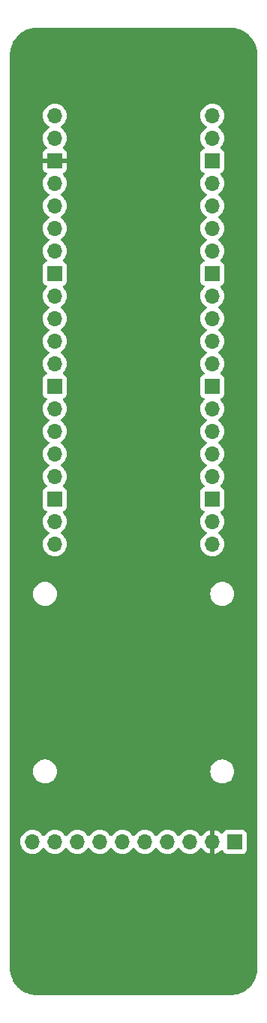
<source format=gbr>
%TF.GenerationSoftware,KiCad,Pcbnew,7.0.8*%
%TF.CreationDate,2024-02-25T19:39:46-05:00*%
%TF.ProjectId,P2,50322e6b-6963-4616-945f-706362585858,rev?*%
%TF.SameCoordinates,Original*%
%TF.FileFunction,Copper,L2,Bot*%
%TF.FilePolarity,Positive*%
%FSLAX46Y46*%
G04 Gerber Fmt 4.6, Leading zero omitted, Abs format (unit mm)*
G04 Created by KiCad (PCBNEW 7.0.8) date 2024-02-25 19:39:46*
%MOMM*%
%LPD*%
G01*
G04 APERTURE LIST*
%TA.AperFunction,ComponentPad*%
%ADD10O,1.700000X1.700000*%
%TD*%
%TA.AperFunction,ComponentPad*%
%ADD11R,1.700000X1.700000*%
%TD*%
%TA.AperFunction,ViaPad*%
%ADD12C,0.800000*%
%TD*%
G04 APERTURE END LIST*
D10*
%TO.P,U1,1,GPIO0*%
%TO.N,Net-(U1-GPIO0)*%
X140970000Y-42164000D03*
%TO.P,U1,2,GPIO1*%
%TO.N,Net-(U1-GPIO1)*%
X140970000Y-44704000D03*
D11*
%TO.P,U1,3,GND*%
%TO.N,GND*%
X140970000Y-47244000D03*
D10*
%TO.P,U1,4,GPIO2*%
%TO.N,unconnected-(U1-GPIO2-Pad4)*%
X140970000Y-49784000D03*
%TO.P,U1,5,GPIO3*%
%TO.N,unconnected-(U1-GPIO3-Pad5)*%
X140970000Y-52324000D03*
%TO.P,U1,6,GPIO4*%
%TO.N,/MISO*%
X140970000Y-54864000D03*
%TO.P,U1,7,GPIO5*%
%TO.N,/CS*%
X140970000Y-57404000D03*
D11*
%TO.P,U1,8,GND*%
%TO.N,unconnected-(U1-GND-Pad8)*%
X140970000Y-59944000D03*
D10*
%TO.P,U1,9,GPIO6*%
%TO.N,/SCK*%
X140970000Y-62484000D03*
%TO.P,U1,10,GPIO7*%
%TO.N,/MOSI*%
X140970000Y-65024000D03*
%TO.P,U1,11,GPIO8*%
%TO.N,/TX*%
X140970000Y-67564000D03*
%TO.P,U1,12,GPIO9*%
%TO.N,/RX*%
X140970000Y-70104000D03*
D11*
%TO.P,U1,13,GND*%
%TO.N,unconnected-(U1-GND-Pad13)*%
X140970000Y-72644000D03*
D10*
%TO.P,U1,14,GPIO10*%
%TO.N,unconnected-(U1-GPIO10-Pad14)*%
X140970000Y-75184000D03*
%TO.P,U1,15,GPIO11*%
%TO.N,unconnected-(U1-GPIO11-Pad15)*%
X140970000Y-77724000D03*
%TO.P,U1,16,GPIO12*%
%TO.N,unconnected-(U1-GPIO12-Pad16)*%
X140970000Y-80264000D03*
%TO.P,U1,17,GPIO13*%
%TO.N,unconnected-(U1-GPIO13-Pad17)*%
X140970000Y-82804000D03*
D11*
%TO.P,U1,18,GND*%
%TO.N,unconnected-(U1-GND-Pad18)*%
X140970000Y-85344000D03*
D10*
%TO.P,U1,19,GPIO14*%
%TO.N,unconnected-(U1-GPIO14-Pad19)*%
X140970000Y-87884000D03*
%TO.P,U1,20,GPIO15*%
%TO.N,unconnected-(U1-GPIO15-Pad20)*%
X140970000Y-90424000D03*
%TO.P,U1,21,GPIO16*%
%TO.N,unconnected-(U1-GPIO16-Pad21)*%
X158750000Y-90424000D03*
%TO.P,U1,22,GPIO17*%
%TO.N,unconnected-(U1-GPIO17-Pad22)*%
X158750000Y-87884000D03*
D11*
%TO.P,U1,23,GND*%
%TO.N,unconnected-(U1-GND-Pad23)*%
X158750000Y-85344000D03*
D10*
%TO.P,U1,24,GPIO18*%
%TO.N,/PWM_A*%
X158750000Y-82804000D03*
%TO.P,U1,25,GPIO19*%
%TO.N,/PWM_B*%
X158750000Y-80264000D03*
%TO.P,U1,26,GPIO20*%
%TO.N,/PWM_C*%
X158750000Y-77724000D03*
%TO.P,U1,27,GPIO21*%
%TO.N,/PWM_D*%
X158750000Y-75184000D03*
D11*
%TO.P,U1,28,GND*%
%TO.N,unconnected-(U1-GND-Pad28)*%
X158750000Y-72644000D03*
D10*
%TO.P,U1,29,GPIO22*%
%TO.N,/TE*%
X158750000Y-70104000D03*
%TO.P,U1,30,RUN*%
%TO.N,unconnected-(U1-RUN-Pad30)*%
X158750000Y-67564000D03*
%TO.P,U1,31,GPIO26_ADC0*%
%TO.N,unconnected-(U1-GPIO26_ADC0-Pad31)*%
X158750000Y-65024000D03*
%TO.P,U1,32,GPIO27_ADC1*%
%TO.N,unconnected-(U1-GPIO27_ADC1-Pad32)*%
X158750000Y-62484000D03*
D11*
%TO.P,U1,33,AGND*%
%TO.N,unconnected-(U1-AGND-Pad33)*%
X158750000Y-59944000D03*
D10*
%TO.P,U1,34,GPIO28_ADC2*%
%TO.N,unconnected-(U1-GPIO28_ADC2-Pad34)*%
X158750000Y-57404000D03*
%TO.P,U1,35,ADC_VREF*%
%TO.N,unconnected-(U1-ADC_VREF-Pad35)*%
X158750000Y-54864000D03*
%TO.P,U1,36,3V3*%
%TO.N,unconnected-(U1-3V3-Pad36)*%
X158750000Y-52324000D03*
%TO.P,U1,37,3V3_EN*%
%TO.N,unconnected-(U1-3V3_EN-Pad37)*%
X158750000Y-49784000D03*
D11*
%TO.P,U1,38,GND*%
%TO.N,unconnected-(U1-GND-Pad38)*%
X158750000Y-47244000D03*
D10*
%TO.P,U1,39,VSYS*%
%TO.N,+3V3*%
X158750000Y-44704000D03*
%TO.P,U1,40,VBUS*%
%TO.N,unconnected-(U1-VBUS-Pad40)*%
X158750000Y-42164000D03*
%TD*%
D11*
%TO.P,MPU-9250-Breakout1,1,VCC*%
%TO.N,+3V3*%
X161290000Y-123952000D03*
D10*
%TO.P,MPU-9250-Breakout1,2,GND*%
%TO.N,GND*%
X158750000Y-123952000D03*
%TO.P,MPU-9250-Breakout1,3,SCL*%
%TO.N,/SCK*%
X156210000Y-123952000D03*
%TO.P,MPU-9250-Breakout1,4,SDA*%
%TO.N,/MOSI*%
X153670000Y-123952000D03*
%TO.P,MPU-9250-Breakout1,5,EDA*%
%TO.N,unconnected-(MPU-9250-Breakout1-EDA-Pad5)*%
X151130000Y-123952000D03*
%TO.P,MPU-9250-Breakout1,6,ECL*%
%TO.N,unconnected-(MPU-9250-Breakout1-ECL-Pad6)*%
X148590000Y-123952000D03*
%TO.P,MPU-9250-Breakout1,7,ADO*%
%TO.N,/MISO*%
X146050000Y-123952000D03*
%TO.P,MPU-9250-Breakout1,8,INT*%
%TO.N,unconnected-(MPU-9250-Breakout1-INT-Pad8)*%
X143510000Y-123952000D03*
%TO.P,MPU-9250-Breakout1,9,NCS*%
%TO.N,/CS*%
X140970000Y-123952000D03*
%TO.P,MPU-9250-Breakout1,10,FSYNC*%
%TO.N,unconnected-(MPU-9250-Breakout1-FSYNC-Pad10)*%
X138430000Y-123952000D03*
%TD*%
D12*
%TO.N,GND*%
X157734000Y-36830000D03*
X152908000Y-118110000D03*
X146812000Y-36830000D03*
X150622000Y-110490000D03*
X142748000Y-47244000D03*
X158750000Y-125984000D03*
%TD*%
%TA.AperFunction,Conductor*%
%TO.N,GND*%
G36*
X160783620Y-32258584D02*
G01*
X160915458Y-32265494D01*
X161104228Y-32276095D01*
X161110412Y-32276757D01*
X161199709Y-32290900D01*
X161264521Y-32301166D01*
X161412158Y-32326249D01*
X161430513Y-32329368D01*
X161436168Y-32330603D01*
X161591035Y-32372099D01*
X161680623Y-32397910D01*
X161749084Y-32417634D01*
X161754139Y-32419328D01*
X161905608Y-32477471D01*
X162056233Y-32539863D01*
X162060604Y-32541879D01*
X162206154Y-32616041D01*
X162348272Y-32694587D01*
X162352015Y-32696833D01*
X162489610Y-32786188D01*
X162621869Y-32880031D01*
X162624986Y-32882395D01*
X162751681Y-32984990D01*
X162753934Y-32986908D01*
X162873808Y-33094034D01*
X162876312Y-33096402D01*
X162991596Y-33211686D01*
X162993967Y-33214193D01*
X163101085Y-33334058D01*
X163103024Y-33336336D01*
X163205591Y-33462996D01*
X163207973Y-33466137D01*
X163301814Y-33598392D01*
X163391156Y-33735968D01*
X163393414Y-33739731D01*
X163471963Y-33881854D01*
X163546115Y-34027386D01*
X163548154Y-34031809D01*
X163610538Y-34182418D01*
X163668669Y-34333858D01*
X163670364Y-34338914D01*
X163715907Y-34496990D01*
X163757393Y-34651822D01*
X163758630Y-34657486D01*
X163786833Y-34823478D01*
X163811238Y-34977558D01*
X163811904Y-34983785D01*
X163822509Y-35172625D01*
X163829415Y-35304377D01*
X163829500Y-35307623D01*
X163829500Y-138174376D01*
X163829415Y-138177622D01*
X163822509Y-138309374D01*
X163811904Y-138498213D01*
X163811238Y-138504440D01*
X163786833Y-138658521D01*
X163758630Y-138824512D01*
X163757393Y-138830176D01*
X163715907Y-138985009D01*
X163670364Y-139143084D01*
X163668669Y-139148140D01*
X163610538Y-139299581D01*
X163548154Y-139450189D01*
X163546115Y-139454612D01*
X163471963Y-139600145D01*
X163393416Y-139742264D01*
X163391149Y-139746042D01*
X163301817Y-139883602D01*
X163207973Y-140015861D01*
X163205591Y-140019002D01*
X163103024Y-140145662D01*
X163101070Y-140147958D01*
X162993986Y-140267785D01*
X162991596Y-140270312D01*
X162876312Y-140385596D01*
X162873785Y-140387986D01*
X162753958Y-140495070D01*
X162751662Y-140497024D01*
X162625002Y-140599591D01*
X162621861Y-140601973D01*
X162489602Y-140695817D01*
X162352042Y-140785149D01*
X162348264Y-140787416D01*
X162206145Y-140865963D01*
X162060612Y-140940115D01*
X162056189Y-140942154D01*
X161905581Y-141004538D01*
X161754140Y-141062669D01*
X161749084Y-141064364D01*
X161591009Y-141109907D01*
X161436176Y-141151393D01*
X161430512Y-141152630D01*
X161264521Y-141180833D01*
X161110440Y-141205238D01*
X161104213Y-141205904D01*
X160915374Y-141216509D01*
X160783622Y-141223415D01*
X160780376Y-141223500D01*
X138939624Y-141223500D01*
X138936379Y-141223415D01*
X138804625Y-141216509D01*
X138615785Y-141205904D01*
X138609558Y-141205238D01*
X138455478Y-141180833D01*
X138289486Y-141152630D01*
X138283822Y-141151393D01*
X138128990Y-141109907D01*
X137970914Y-141064364D01*
X137965858Y-141062669D01*
X137814418Y-141004538D01*
X137663809Y-140942154D01*
X137659386Y-140940115D01*
X137513854Y-140865963D01*
X137371734Y-140787416D01*
X137367968Y-140785156D01*
X137230392Y-140695814D01*
X137098137Y-140601973D01*
X137095004Y-140599597D01*
X136968325Y-140497015D01*
X136966058Y-140495085D01*
X136846193Y-140387967D01*
X136843686Y-140385596D01*
X136728402Y-140270312D01*
X136726034Y-140267808D01*
X136618908Y-140147934D01*
X136616990Y-140145681D01*
X136514395Y-140018986D01*
X136512025Y-140015861D01*
X136418188Y-139883610D01*
X136328833Y-139746015D01*
X136326582Y-139742263D01*
X136248036Y-139600145D01*
X136173883Y-139454612D01*
X136171863Y-139450233D01*
X136109461Y-139299581D01*
X136051328Y-139148139D01*
X136049634Y-139143084D01*
X136029910Y-139074623D01*
X136004099Y-138985035D01*
X135962603Y-138830168D01*
X135961368Y-138824511D01*
X135933166Y-138658521D01*
X135923351Y-138596557D01*
X135908757Y-138504412D01*
X135908095Y-138498228D01*
X135897489Y-138309361D01*
X135890585Y-138177622D01*
X135890500Y-138174376D01*
X135890500Y-123952000D01*
X137074341Y-123952000D01*
X137094936Y-124187403D01*
X137094938Y-124187413D01*
X137156094Y-124415655D01*
X137156096Y-124415659D01*
X137156097Y-124415663D01*
X137236004Y-124587023D01*
X137255965Y-124629830D01*
X137255967Y-124629834D01*
X137364281Y-124784521D01*
X137391505Y-124823401D01*
X137558599Y-124990495D01*
X137655384Y-125058265D01*
X137752165Y-125126032D01*
X137752167Y-125126033D01*
X137752170Y-125126035D01*
X137966337Y-125225903D01*
X138194592Y-125287063D01*
X138371034Y-125302500D01*
X138429999Y-125307659D01*
X138430000Y-125307659D01*
X138430001Y-125307659D01*
X138488966Y-125302500D01*
X138665408Y-125287063D01*
X138893663Y-125225903D01*
X139107830Y-125126035D01*
X139301401Y-124990495D01*
X139468495Y-124823401D01*
X139598425Y-124637842D01*
X139653002Y-124594217D01*
X139722500Y-124587023D01*
X139784855Y-124618546D01*
X139801575Y-124637842D01*
X139931500Y-124823395D01*
X139931505Y-124823401D01*
X140098599Y-124990495D01*
X140195384Y-125058265D01*
X140292165Y-125126032D01*
X140292167Y-125126033D01*
X140292170Y-125126035D01*
X140506337Y-125225903D01*
X140734592Y-125287063D01*
X140911034Y-125302500D01*
X140969999Y-125307659D01*
X140970000Y-125307659D01*
X140970001Y-125307659D01*
X141028966Y-125302500D01*
X141205408Y-125287063D01*
X141433663Y-125225903D01*
X141647830Y-125126035D01*
X141841401Y-124990495D01*
X142008495Y-124823401D01*
X142138425Y-124637842D01*
X142193002Y-124594217D01*
X142262500Y-124587023D01*
X142324855Y-124618546D01*
X142341575Y-124637842D01*
X142471500Y-124823395D01*
X142471505Y-124823401D01*
X142638599Y-124990495D01*
X142735384Y-125058265D01*
X142832165Y-125126032D01*
X142832167Y-125126033D01*
X142832170Y-125126035D01*
X143046337Y-125225903D01*
X143274592Y-125287063D01*
X143451034Y-125302500D01*
X143509999Y-125307659D01*
X143510000Y-125307659D01*
X143510001Y-125307659D01*
X143568966Y-125302500D01*
X143745408Y-125287063D01*
X143973663Y-125225903D01*
X144187830Y-125126035D01*
X144381401Y-124990495D01*
X144548495Y-124823401D01*
X144678425Y-124637842D01*
X144733002Y-124594217D01*
X144802500Y-124587023D01*
X144864855Y-124618546D01*
X144881575Y-124637842D01*
X145011500Y-124823395D01*
X145011505Y-124823401D01*
X145178599Y-124990495D01*
X145275384Y-125058265D01*
X145372165Y-125126032D01*
X145372167Y-125126033D01*
X145372170Y-125126035D01*
X145586337Y-125225903D01*
X145814592Y-125287063D01*
X145991034Y-125302500D01*
X146049999Y-125307659D01*
X146050000Y-125307659D01*
X146050001Y-125307659D01*
X146108966Y-125302500D01*
X146285408Y-125287063D01*
X146513663Y-125225903D01*
X146727830Y-125126035D01*
X146921401Y-124990495D01*
X147088495Y-124823401D01*
X147218425Y-124637842D01*
X147273002Y-124594217D01*
X147342500Y-124587023D01*
X147404855Y-124618546D01*
X147421575Y-124637842D01*
X147551500Y-124823395D01*
X147551505Y-124823401D01*
X147718599Y-124990495D01*
X147815384Y-125058265D01*
X147912165Y-125126032D01*
X147912167Y-125126033D01*
X147912170Y-125126035D01*
X148126337Y-125225903D01*
X148354592Y-125287063D01*
X148531034Y-125302500D01*
X148589999Y-125307659D01*
X148590000Y-125307659D01*
X148590001Y-125307659D01*
X148648966Y-125302500D01*
X148825408Y-125287063D01*
X149053663Y-125225903D01*
X149267830Y-125126035D01*
X149461401Y-124990495D01*
X149628495Y-124823401D01*
X149758425Y-124637842D01*
X149813002Y-124594217D01*
X149882500Y-124587023D01*
X149944855Y-124618546D01*
X149961575Y-124637842D01*
X150091500Y-124823395D01*
X150091505Y-124823401D01*
X150258599Y-124990495D01*
X150355384Y-125058265D01*
X150452165Y-125126032D01*
X150452167Y-125126033D01*
X150452170Y-125126035D01*
X150666337Y-125225903D01*
X150894592Y-125287063D01*
X151071034Y-125302500D01*
X151129999Y-125307659D01*
X151130000Y-125307659D01*
X151130001Y-125307659D01*
X151188966Y-125302500D01*
X151365408Y-125287063D01*
X151593663Y-125225903D01*
X151807830Y-125126035D01*
X152001401Y-124990495D01*
X152168495Y-124823401D01*
X152298425Y-124637842D01*
X152353002Y-124594217D01*
X152422500Y-124587023D01*
X152484855Y-124618546D01*
X152501575Y-124637842D01*
X152631500Y-124823395D01*
X152631505Y-124823401D01*
X152798599Y-124990495D01*
X152895384Y-125058265D01*
X152992165Y-125126032D01*
X152992167Y-125126033D01*
X152992170Y-125126035D01*
X153206337Y-125225903D01*
X153434592Y-125287063D01*
X153611034Y-125302500D01*
X153669999Y-125307659D01*
X153670000Y-125307659D01*
X153670001Y-125307659D01*
X153728966Y-125302500D01*
X153905408Y-125287063D01*
X154133663Y-125225903D01*
X154347830Y-125126035D01*
X154541401Y-124990495D01*
X154708495Y-124823401D01*
X154838425Y-124637842D01*
X154893002Y-124594217D01*
X154962500Y-124587023D01*
X155024855Y-124618546D01*
X155041575Y-124637842D01*
X155171500Y-124823395D01*
X155171505Y-124823401D01*
X155338599Y-124990495D01*
X155435384Y-125058265D01*
X155532165Y-125126032D01*
X155532167Y-125126033D01*
X155532170Y-125126035D01*
X155746337Y-125225903D01*
X155974592Y-125287063D01*
X156151034Y-125302500D01*
X156209999Y-125307659D01*
X156210000Y-125307659D01*
X156210001Y-125307659D01*
X156268966Y-125302500D01*
X156445408Y-125287063D01*
X156673663Y-125225903D01*
X156887830Y-125126035D01*
X157081401Y-124990495D01*
X157248495Y-124823401D01*
X157378730Y-124637405D01*
X157433307Y-124593781D01*
X157502805Y-124586587D01*
X157565160Y-124618110D01*
X157581879Y-124637405D01*
X157711890Y-124823078D01*
X157878917Y-124990105D01*
X158072421Y-125125600D01*
X158286507Y-125225429D01*
X158286516Y-125225433D01*
X158500000Y-125282634D01*
X158500000Y-124387501D01*
X158607685Y-124436680D01*
X158714237Y-124452000D01*
X158785763Y-124452000D01*
X158892315Y-124436680D01*
X159000000Y-124387501D01*
X159000000Y-125282633D01*
X159213483Y-125225433D01*
X159213492Y-125225429D01*
X159427578Y-125125600D01*
X159621078Y-124990108D01*
X159743133Y-124868053D01*
X159804456Y-124834568D01*
X159874148Y-124839552D01*
X159930082Y-124881423D01*
X159946997Y-124912401D01*
X159996202Y-125044328D01*
X159996206Y-125044335D01*
X160082452Y-125159544D01*
X160082455Y-125159547D01*
X160197664Y-125245793D01*
X160197671Y-125245797D01*
X160332517Y-125296091D01*
X160332516Y-125296091D01*
X160339444Y-125296835D01*
X160392127Y-125302500D01*
X162187872Y-125302499D01*
X162247483Y-125296091D01*
X162382331Y-125245796D01*
X162497546Y-125159546D01*
X162583796Y-125044331D01*
X162634091Y-124909483D01*
X162640500Y-124849873D01*
X162640499Y-123054128D01*
X162634091Y-122994517D01*
X162633002Y-122991598D01*
X162583797Y-122859671D01*
X162583793Y-122859664D01*
X162497547Y-122744455D01*
X162497544Y-122744452D01*
X162382335Y-122658206D01*
X162382328Y-122658202D01*
X162247482Y-122607908D01*
X162247483Y-122607908D01*
X162187883Y-122601501D01*
X162187881Y-122601500D01*
X162187873Y-122601500D01*
X162187864Y-122601500D01*
X160392129Y-122601500D01*
X160392123Y-122601501D01*
X160332516Y-122607908D01*
X160197671Y-122658202D01*
X160197664Y-122658206D01*
X160082455Y-122744452D01*
X160082452Y-122744455D01*
X159996206Y-122859664D01*
X159996202Y-122859671D01*
X159946997Y-122991598D01*
X159905126Y-123047532D01*
X159839661Y-123071949D01*
X159771388Y-123057097D01*
X159743134Y-123035946D01*
X159621082Y-122913894D01*
X159427578Y-122778399D01*
X159213492Y-122678570D01*
X159213486Y-122678567D01*
X159000000Y-122621364D01*
X159000000Y-123516498D01*
X158892315Y-123467320D01*
X158785763Y-123452000D01*
X158714237Y-123452000D01*
X158607685Y-123467320D01*
X158500000Y-123516498D01*
X158500000Y-122621364D01*
X158499999Y-122621364D01*
X158286513Y-122678567D01*
X158286507Y-122678570D01*
X158072422Y-122778399D01*
X158072420Y-122778400D01*
X157878926Y-122913886D01*
X157878920Y-122913891D01*
X157711891Y-123080920D01*
X157711890Y-123080922D01*
X157581880Y-123266595D01*
X157527303Y-123310219D01*
X157457804Y-123317412D01*
X157395450Y-123285890D01*
X157378730Y-123266594D01*
X157248494Y-123080597D01*
X157081402Y-122913506D01*
X157081395Y-122913501D01*
X156887834Y-122777967D01*
X156887830Y-122777965D01*
X156887828Y-122777964D01*
X156673663Y-122678097D01*
X156673659Y-122678096D01*
X156673655Y-122678094D01*
X156445413Y-122616938D01*
X156445403Y-122616936D01*
X156210001Y-122596341D01*
X156209999Y-122596341D01*
X155974596Y-122616936D01*
X155974586Y-122616938D01*
X155746344Y-122678094D01*
X155746335Y-122678098D01*
X155532171Y-122777964D01*
X155532169Y-122777965D01*
X155338597Y-122913505D01*
X155171505Y-123080597D01*
X155041575Y-123266158D01*
X154986998Y-123309783D01*
X154917500Y-123316977D01*
X154855145Y-123285454D01*
X154838425Y-123266158D01*
X154708494Y-123080597D01*
X154541402Y-122913506D01*
X154541395Y-122913501D01*
X154347834Y-122777967D01*
X154347830Y-122777965D01*
X154347828Y-122777964D01*
X154133663Y-122678097D01*
X154133659Y-122678096D01*
X154133655Y-122678094D01*
X153905413Y-122616938D01*
X153905403Y-122616936D01*
X153670001Y-122596341D01*
X153669999Y-122596341D01*
X153434596Y-122616936D01*
X153434586Y-122616938D01*
X153206344Y-122678094D01*
X153206335Y-122678098D01*
X152992171Y-122777964D01*
X152992169Y-122777965D01*
X152798597Y-122913505D01*
X152631505Y-123080597D01*
X152501575Y-123266158D01*
X152446998Y-123309783D01*
X152377500Y-123316977D01*
X152315145Y-123285454D01*
X152298425Y-123266158D01*
X152168494Y-123080597D01*
X152001402Y-122913506D01*
X152001395Y-122913501D01*
X151807834Y-122777967D01*
X151807830Y-122777965D01*
X151807828Y-122777964D01*
X151593663Y-122678097D01*
X151593659Y-122678096D01*
X151593655Y-122678094D01*
X151365413Y-122616938D01*
X151365403Y-122616936D01*
X151130001Y-122596341D01*
X151129999Y-122596341D01*
X150894596Y-122616936D01*
X150894586Y-122616938D01*
X150666344Y-122678094D01*
X150666335Y-122678098D01*
X150452171Y-122777964D01*
X150452169Y-122777965D01*
X150258597Y-122913505D01*
X150091505Y-123080597D01*
X149961575Y-123266158D01*
X149906998Y-123309783D01*
X149837500Y-123316977D01*
X149775145Y-123285454D01*
X149758425Y-123266158D01*
X149628494Y-123080597D01*
X149461402Y-122913506D01*
X149461395Y-122913501D01*
X149267834Y-122777967D01*
X149267830Y-122777965D01*
X149267828Y-122777964D01*
X149053663Y-122678097D01*
X149053659Y-122678096D01*
X149053655Y-122678094D01*
X148825413Y-122616938D01*
X148825403Y-122616936D01*
X148590001Y-122596341D01*
X148589999Y-122596341D01*
X148354596Y-122616936D01*
X148354586Y-122616938D01*
X148126344Y-122678094D01*
X148126335Y-122678098D01*
X147912171Y-122777964D01*
X147912169Y-122777965D01*
X147718597Y-122913505D01*
X147551505Y-123080597D01*
X147421575Y-123266158D01*
X147366998Y-123309783D01*
X147297500Y-123316977D01*
X147235145Y-123285454D01*
X147218425Y-123266158D01*
X147088494Y-123080597D01*
X146921402Y-122913506D01*
X146921395Y-122913501D01*
X146727834Y-122777967D01*
X146727830Y-122777965D01*
X146727828Y-122777964D01*
X146513663Y-122678097D01*
X146513659Y-122678096D01*
X146513655Y-122678094D01*
X146285413Y-122616938D01*
X146285403Y-122616936D01*
X146050001Y-122596341D01*
X146049999Y-122596341D01*
X145814596Y-122616936D01*
X145814586Y-122616938D01*
X145586344Y-122678094D01*
X145586335Y-122678098D01*
X145372171Y-122777964D01*
X145372169Y-122777965D01*
X145178597Y-122913505D01*
X145011505Y-123080597D01*
X144881575Y-123266158D01*
X144826998Y-123309783D01*
X144757500Y-123316977D01*
X144695145Y-123285454D01*
X144678425Y-123266158D01*
X144548494Y-123080597D01*
X144381402Y-122913506D01*
X144381395Y-122913501D01*
X144187834Y-122777967D01*
X144187830Y-122777965D01*
X144187828Y-122777964D01*
X143973663Y-122678097D01*
X143973659Y-122678096D01*
X143973655Y-122678094D01*
X143745413Y-122616938D01*
X143745403Y-122616936D01*
X143510001Y-122596341D01*
X143509999Y-122596341D01*
X143274596Y-122616936D01*
X143274586Y-122616938D01*
X143046344Y-122678094D01*
X143046335Y-122678098D01*
X142832171Y-122777964D01*
X142832169Y-122777965D01*
X142638597Y-122913505D01*
X142471505Y-123080597D01*
X142341575Y-123266158D01*
X142286998Y-123309783D01*
X142217500Y-123316977D01*
X142155145Y-123285454D01*
X142138425Y-123266158D01*
X142008494Y-123080597D01*
X141841402Y-122913506D01*
X141841395Y-122913501D01*
X141647834Y-122777967D01*
X141647830Y-122777965D01*
X141647828Y-122777964D01*
X141433663Y-122678097D01*
X141433659Y-122678096D01*
X141433655Y-122678094D01*
X141205413Y-122616938D01*
X141205403Y-122616936D01*
X140970001Y-122596341D01*
X140969999Y-122596341D01*
X140734596Y-122616936D01*
X140734586Y-122616938D01*
X140506344Y-122678094D01*
X140506335Y-122678098D01*
X140292171Y-122777964D01*
X140292169Y-122777965D01*
X140098597Y-122913505D01*
X139931505Y-123080597D01*
X139801575Y-123266158D01*
X139746998Y-123309783D01*
X139677500Y-123316977D01*
X139615145Y-123285454D01*
X139598425Y-123266158D01*
X139468494Y-123080597D01*
X139301402Y-122913506D01*
X139301395Y-122913501D01*
X139107834Y-122777967D01*
X139107830Y-122777965D01*
X139107828Y-122777964D01*
X138893663Y-122678097D01*
X138893659Y-122678096D01*
X138893655Y-122678094D01*
X138665413Y-122616938D01*
X138665403Y-122616936D01*
X138430001Y-122596341D01*
X138429999Y-122596341D01*
X138194596Y-122616936D01*
X138194586Y-122616938D01*
X137966344Y-122678094D01*
X137966335Y-122678098D01*
X137752171Y-122777964D01*
X137752169Y-122777965D01*
X137558597Y-122913505D01*
X137391505Y-123080597D01*
X137255965Y-123274169D01*
X137255964Y-123274171D01*
X137156098Y-123488335D01*
X137156094Y-123488344D01*
X137094938Y-123716586D01*
X137094936Y-123716596D01*
X137074341Y-123951999D01*
X137074341Y-123952000D01*
X135890500Y-123952000D01*
X135890500Y-116040000D01*
X138504341Y-116040000D01*
X138524936Y-116275403D01*
X138524938Y-116275413D01*
X138586094Y-116503655D01*
X138586096Y-116503659D01*
X138586097Y-116503663D01*
X138636031Y-116610746D01*
X138685964Y-116717828D01*
X138685965Y-116717830D01*
X138821505Y-116911402D01*
X138988597Y-117078494D01*
X139182169Y-117214034D01*
X139182171Y-117214035D01*
X139396337Y-117313903D01*
X139624592Y-117375063D01*
X139801034Y-117390500D01*
X139918966Y-117390500D01*
X140095408Y-117375063D01*
X140323663Y-117313903D01*
X140537829Y-117214035D01*
X140731401Y-117078495D01*
X140898495Y-116911401D01*
X141034035Y-116717830D01*
X141133903Y-116503663D01*
X141195063Y-116275408D01*
X141215659Y-116040000D01*
X158504341Y-116040000D01*
X158524936Y-116275403D01*
X158524938Y-116275413D01*
X158586094Y-116503655D01*
X158586096Y-116503659D01*
X158586097Y-116503663D01*
X158636031Y-116610746D01*
X158685964Y-116717828D01*
X158685965Y-116717830D01*
X158821505Y-116911402D01*
X158988597Y-117078494D01*
X159182169Y-117214034D01*
X159182171Y-117214035D01*
X159396337Y-117313903D01*
X159624592Y-117375063D01*
X159801034Y-117390500D01*
X159918966Y-117390500D01*
X160095408Y-117375063D01*
X160323663Y-117313903D01*
X160537829Y-117214035D01*
X160731401Y-117078495D01*
X160898495Y-116911401D01*
X161034035Y-116717830D01*
X161133903Y-116503663D01*
X161195063Y-116275408D01*
X161215659Y-116040000D01*
X161195063Y-115804592D01*
X161133903Y-115576337D01*
X161034035Y-115362171D01*
X161034034Y-115362169D01*
X160898494Y-115168597D01*
X160731402Y-115001505D01*
X160537830Y-114865965D01*
X160537828Y-114865964D01*
X160430746Y-114816031D01*
X160323663Y-114766097D01*
X160323659Y-114766096D01*
X160323655Y-114766094D01*
X160095413Y-114704938D01*
X160095403Y-114704936D01*
X159918966Y-114689500D01*
X159801034Y-114689500D01*
X159624596Y-114704936D01*
X159624586Y-114704938D01*
X159396344Y-114766094D01*
X159396335Y-114766098D01*
X159182171Y-114865964D01*
X159182169Y-114865965D01*
X158988597Y-115001505D01*
X158821506Y-115168597D01*
X158821501Y-115168604D01*
X158685967Y-115362165D01*
X158685965Y-115362169D01*
X158586098Y-115576335D01*
X158586094Y-115576344D01*
X158524938Y-115804586D01*
X158524936Y-115804596D01*
X158504341Y-116039999D01*
X158504341Y-116040000D01*
X141215659Y-116040000D01*
X141195063Y-115804592D01*
X141133903Y-115576337D01*
X141034035Y-115362171D01*
X141034034Y-115362169D01*
X140898494Y-115168597D01*
X140731402Y-115001505D01*
X140537830Y-114865965D01*
X140537828Y-114865964D01*
X140430746Y-114816031D01*
X140323663Y-114766097D01*
X140323659Y-114766096D01*
X140323655Y-114766094D01*
X140095413Y-114704938D01*
X140095403Y-114704936D01*
X139918966Y-114689500D01*
X139801034Y-114689500D01*
X139624596Y-114704936D01*
X139624586Y-114704938D01*
X139396344Y-114766094D01*
X139396335Y-114766098D01*
X139182171Y-114865964D01*
X139182169Y-114865965D01*
X138988597Y-115001505D01*
X138821506Y-115168597D01*
X138821501Y-115168604D01*
X138685967Y-115362165D01*
X138685965Y-115362169D01*
X138586098Y-115576335D01*
X138586094Y-115576344D01*
X138524938Y-115804586D01*
X138524936Y-115804596D01*
X138504341Y-116039999D01*
X138504341Y-116040000D01*
X135890500Y-116040000D01*
X135890500Y-96040000D01*
X138504341Y-96040000D01*
X138524936Y-96275403D01*
X138524938Y-96275413D01*
X138586094Y-96503655D01*
X138586096Y-96503659D01*
X138586097Y-96503663D01*
X138636031Y-96610746D01*
X138685964Y-96717828D01*
X138685965Y-96717830D01*
X138821505Y-96911402D01*
X138988597Y-97078494D01*
X139182169Y-97214034D01*
X139182171Y-97214035D01*
X139396337Y-97313903D01*
X139624592Y-97375063D01*
X139801034Y-97390500D01*
X139918966Y-97390500D01*
X140095408Y-97375063D01*
X140323663Y-97313903D01*
X140537829Y-97214035D01*
X140731401Y-97078495D01*
X140898495Y-96911401D01*
X141034035Y-96717830D01*
X141133903Y-96503663D01*
X141195063Y-96275408D01*
X141215659Y-96040000D01*
X158504341Y-96040000D01*
X158524936Y-96275403D01*
X158524938Y-96275413D01*
X158586094Y-96503655D01*
X158586096Y-96503659D01*
X158586097Y-96503663D01*
X158636031Y-96610746D01*
X158685964Y-96717828D01*
X158685965Y-96717830D01*
X158821505Y-96911402D01*
X158988597Y-97078494D01*
X159182169Y-97214034D01*
X159182171Y-97214035D01*
X159396337Y-97313903D01*
X159624592Y-97375063D01*
X159801034Y-97390500D01*
X159918966Y-97390500D01*
X160095408Y-97375063D01*
X160323663Y-97313903D01*
X160537829Y-97214035D01*
X160731401Y-97078495D01*
X160898495Y-96911401D01*
X161034035Y-96717830D01*
X161133903Y-96503663D01*
X161195063Y-96275408D01*
X161215659Y-96040000D01*
X161195063Y-95804592D01*
X161133903Y-95576337D01*
X161034035Y-95362171D01*
X161034034Y-95362169D01*
X160898494Y-95168597D01*
X160731402Y-95001505D01*
X160537830Y-94865965D01*
X160537828Y-94865964D01*
X160430746Y-94816031D01*
X160323663Y-94766097D01*
X160323659Y-94766096D01*
X160323655Y-94766094D01*
X160095413Y-94704938D01*
X160095403Y-94704936D01*
X159918966Y-94689500D01*
X159801034Y-94689500D01*
X159624596Y-94704936D01*
X159624586Y-94704938D01*
X159396344Y-94766094D01*
X159396335Y-94766098D01*
X159182171Y-94865964D01*
X159182169Y-94865965D01*
X158988597Y-95001505D01*
X158821506Y-95168597D01*
X158821501Y-95168604D01*
X158685967Y-95362165D01*
X158685965Y-95362169D01*
X158586098Y-95576335D01*
X158586094Y-95576344D01*
X158524938Y-95804586D01*
X158524936Y-95804596D01*
X158504341Y-96039999D01*
X158504341Y-96040000D01*
X141215659Y-96040000D01*
X141195063Y-95804592D01*
X141133903Y-95576337D01*
X141034035Y-95362171D01*
X141034034Y-95362169D01*
X140898494Y-95168597D01*
X140731402Y-95001505D01*
X140537830Y-94865965D01*
X140537828Y-94865964D01*
X140430746Y-94816031D01*
X140323663Y-94766097D01*
X140323659Y-94766096D01*
X140323655Y-94766094D01*
X140095413Y-94704938D01*
X140095403Y-94704936D01*
X139918966Y-94689500D01*
X139801034Y-94689500D01*
X139624596Y-94704936D01*
X139624586Y-94704938D01*
X139396344Y-94766094D01*
X139396335Y-94766098D01*
X139182171Y-94865964D01*
X139182169Y-94865965D01*
X138988597Y-95001505D01*
X138821506Y-95168597D01*
X138821501Y-95168604D01*
X138685967Y-95362165D01*
X138685965Y-95362169D01*
X138586098Y-95576335D01*
X138586094Y-95576344D01*
X138524938Y-95804586D01*
X138524936Y-95804596D01*
X138504341Y-96039999D01*
X138504341Y-96040000D01*
X135890500Y-96040000D01*
X135890500Y-90424000D01*
X139614341Y-90424000D01*
X139634936Y-90659403D01*
X139634938Y-90659413D01*
X139696094Y-90887655D01*
X139696096Y-90887659D01*
X139696097Y-90887663D01*
X139795965Y-91101830D01*
X139795967Y-91101834D01*
X139904281Y-91256521D01*
X139931505Y-91295401D01*
X140098599Y-91462495D01*
X140195384Y-91530265D01*
X140292165Y-91598032D01*
X140292167Y-91598033D01*
X140292170Y-91598035D01*
X140506337Y-91697903D01*
X140734592Y-91759063D01*
X140922918Y-91775539D01*
X140969999Y-91779659D01*
X140970000Y-91779659D01*
X140970001Y-91779659D01*
X141009234Y-91776226D01*
X141205408Y-91759063D01*
X141433663Y-91697903D01*
X141647830Y-91598035D01*
X141841401Y-91462495D01*
X142008495Y-91295401D01*
X142144035Y-91101830D01*
X142243903Y-90887663D01*
X142305063Y-90659408D01*
X142325659Y-90424000D01*
X157394341Y-90424000D01*
X157414936Y-90659403D01*
X157414938Y-90659413D01*
X157476094Y-90887655D01*
X157476096Y-90887659D01*
X157476097Y-90887663D01*
X157575965Y-91101830D01*
X157575967Y-91101834D01*
X157684281Y-91256521D01*
X157711505Y-91295401D01*
X157878599Y-91462495D01*
X157975384Y-91530265D01*
X158072165Y-91598032D01*
X158072167Y-91598033D01*
X158072170Y-91598035D01*
X158286337Y-91697903D01*
X158514592Y-91759063D01*
X158702918Y-91775539D01*
X158749999Y-91779659D01*
X158750000Y-91779659D01*
X158750001Y-91779659D01*
X158789234Y-91776226D01*
X158985408Y-91759063D01*
X159213663Y-91697903D01*
X159427830Y-91598035D01*
X159621401Y-91462495D01*
X159788495Y-91295401D01*
X159924035Y-91101830D01*
X160023903Y-90887663D01*
X160085063Y-90659408D01*
X160105659Y-90424000D01*
X160085063Y-90188592D01*
X160023903Y-89960337D01*
X159924035Y-89746171D01*
X159788495Y-89552599D01*
X159788494Y-89552597D01*
X159621402Y-89385506D01*
X159621396Y-89385501D01*
X159435842Y-89255575D01*
X159392217Y-89200998D01*
X159385023Y-89131500D01*
X159416546Y-89069145D01*
X159435842Y-89052425D01*
X159458026Y-89036891D01*
X159621401Y-88922495D01*
X159788495Y-88755401D01*
X159924035Y-88561830D01*
X160023903Y-88347663D01*
X160085063Y-88119408D01*
X160105659Y-87884000D01*
X160085063Y-87648592D01*
X160023903Y-87420337D01*
X159924035Y-87206171D01*
X159788495Y-87012599D01*
X159666567Y-86890671D01*
X159633084Y-86829351D01*
X159638068Y-86759659D01*
X159679939Y-86703725D01*
X159710915Y-86686810D01*
X159842331Y-86637796D01*
X159957546Y-86551546D01*
X160043796Y-86436331D01*
X160094091Y-86301483D01*
X160100500Y-86241873D01*
X160100499Y-84446128D01*
X160094091Y-84386517D01*
X160043796Y-84251669D01*
X160043795Y-84251668D01*
X160043793Y-84251664D01*
X159957547Y-84136455D01*
X159957544Y-84136452D01*
X159842335Y-84050206D01*
X159842328Y-84050202D01*
X159710917Y-84001189D01*
X159654983Y-83959318D01*
X159630566Y-83893853D01*
X159645418Y-83825580D01*
X159666563Y-83797332D01*
X159788495Y-83675401D01*
X159924035Y-83481830D01*
X160023903Y-83267663D01*
X160085063Y-83039408D01*
X160105659Y-82804000D01*
X160085063Y-82568592D01*
X160023903Y-82340337D01*
X159924035Y-82126171D01*
X159788495Y-81932599D01*
X159788494Y-81932597D01*
X159621402Y-81765506D01*
X159621396Y-81765501D01*
X159435842Y-81635575D01*
X159392217Y-81580998D01*
X159385023Y-81511500D01*
X159416546Y-81449145D01*
X159435842Y-81432425D01*
X159458026Y-81416891D01*
X159621401Y-81302495D01*
X159788495Y-81135401D01*
X159924035Y-80941830D01*
X160023903Y-80727663D01*
X160085063Y-80499408D01*
X160105659Y-80264000D01*
X160085063Y-80028592D01*
X160023903Y-79800337D01*
X159924035Y-79586171D01*
X159788495Y-79392599D01*
X159788494Y-79392597D01*
X159621402Y-79225506D01*
X159621396Y-79225501D01*
X159435842Y-79095575D01*
X159392217Y-79040998D01*
X159385023Y-78971500D01*
X159416546Y-78909145D01*
X159435842Y-78892425D01*
X159458026Y-78876891D01*
X159621401Y-78762495D01*
X159788495Y-78595401D01*
X159924035Y-78401830D01*
X160023903Y-78187663D01*
X160085063Y-77959408D01*
X160105659Y-77724000D01*
X160085063Y-77488592D01*
X160023903Y-77260337D01*
X159924035Y-77046171D01*
X159788495Y-76852599D01*
X159788494Y-76852597D01*
X159621402Y-76685506D01*
X159621396Y-76685501D01*
X159435842Y-76555575D01*
X159392217Y-76500998D01*
X159385023Y-76431500D01*
X159416546Y-76369145D01*
X159435842Y-76352425D01*
X159458026Y-76336891D01*
X159621401Y-76222495D01*
X159788495Y-76055401D01*
X159924035Y-75861830D01*
X160023903Y-75647663D01*
X160085063Y-75419408D01*
X160105659Y-75184000D01*
X160085063Y-74948592D01*
X160023903Y-74720337D01*
X159924035Y-74506171D01*
X159788495Y-74312599D01*
X159666567Y-74190671D01*
X159633084Y-74129351D01*
X159638068Y-74059659D01*
X159679939Y-74003725D01*
X159710915Y-73986810D01*
X159842331Y-73937796D01*
X159957546Y-73851546D01*
X160043796Y-73736331D01*
X160094091Y-73601483D01*
X160100500Y-73541873D01*
X160100499Y-71746128D01*
X160094091Y-71686517D01*
X160043796Y-71551669D01*
X160043795Y-71551668D01*
X160043793Y-71551664D01*
X159957547Y-71436455D01*
X159957544Y-71436452D01*
X159842335Y-71350206D01*
X159842328Y-71350202D01*
X159710917Y-71301189D01*
X159654983Y-71259318D01*
X159630566Y-71193853D01*
X159645418Y-71125580D01*
X159666563Y-71097332D01*
X159788495Y-70975401D01*
X159924035Y-70781830D01*
X160023903Y-70567663D01*
X160085063Y-70339408D01*
X160105659Y-70104000D01*
X160085063Y-69868592D01*
X160023903Y-69640337D01*
X159924035Y-69426171D01*
X159788495Y-69232599D01*
X159788494Y-69232597D01*
X159621402Y-69065506D01*
X159621396Y-69065501D01*
X159435842Y-68935575D01*
X159392217Y-68880998D01*
X159385023Y-68811500D01*
X159416546Y-68749145D01*
X159435842Y-68732425D01*
X159458026Y-68716891D01*
X159621401Y-68602495D01*
X159788495Y-68435401D01*
X159924035Y-68241830D01*
X160023903Y-68027663D01*
X160085063Y-67799408D01*
X160105659Y-67564000D01*
X160085063Y-67328592D01*
X160023903Y-67100337D01*
X159924035Y-66886171D01*
X159788495Y-66692599D01*
X159788494Y-66692597D01*
X159621402Y-66525506D01*
X159621396Y-66525501D01*
X159435842Y-66395575D01*
X159392217Y-66340998D01*
X159385023Y-66271500D01*
X159416546Y-66209145D01*
X159435842Y-66192425D01*
X159458026Y-66176891D01*
X159621401Y-66062495D01*
X159788495Y-65895401D01*
X159924035Y-65701830D01*
X160023903Y-65487663D01*
X160085063Y-65259408D01*
X160105659Y-65024000D01*
X160085063Y-64788592D01*
X160023903Y-64560337D01*
X159924035Y-64346171D01*
X159788495Y-64152599D01*
X159788494Y-64152597D01*
X159621402Y-63985506D01*
X159621396Y-63985501D01*
X159435842Y-63855575D01*
X159392217Y-63800998D01*
X159385023Y-63731500D01*
X159416546Y-63669145D01*
X159435842Y-63652425D01*
X159458026Y-63636891D01*
X159621401Y-63522495D01*
X159788495Y-63355401D01*
X159924035Y-63161830D01*
X160023903Y-62947663D01*
X160085063Y-62719408D01*
X160105659Y-62484000D01*
X160085063Y-62248592D01*
X160023903Y-62020337D01*
X159924035Y-61806171D01*
X159788495Y-61612599D01*
X159666567Y-61490671D01*
X159633084Y-61429351D01*
X159638068Y-61359659D01*
X159679939Y-61303725D01*
X159710915Y-61286810D01*
X159842331Y-61237796D01*
X159957546Y-61151546D01*
X160043796Y-61036331D01*
X160094091Y-60901483D01*
X160100500Y-60841873D01*
X160100499Y-59046128D01*
X160094091Y-58986517D01*
X160043796Y-58851669D01*
X160043795Y-58851668D01*
X160043793Y-58851664D01*
X159957547Y-58736455D01*
X159957544Y-58736452D01*
X159842335Y-58650206D01*
X159842328Y-58650202D01*
X159710917Y-58601189D01*
X159654983Y-58559318D01*
X159630566Y-58493853D01*
X159645418Y-58425580D01*
X159666563Y-58397332D01*
X159788495Y-58275401D01*
X159924035Y-58081830D01*
X160023903Y-57867663D01*
X160085063Y-57639408D01*
X160105659Y-57404000D01*
X160085063Y-57168592D01*
X160023903Y-56940337D01*
X159924035Y-56726171D01*
X159788495Y-56532599D01*
X159788494Y-56532597D01*
X159621402Y-56365506D01*
X159621396Y-56365501D01*
X159435842Y-56235575D01*
X159392217Y-56180998D01*
X159385023Y-56111500D01*
X159416546Y-56049145D01*
X159435842Y-56032425D01*
X159458026Y-56016891D01*
X159621401Y-55902495D01*
X159788495Y-55735401D01*
X159924035Y-55541830D01*
X160023903Y-55327663D01*
X160085063Y-55099408D01*
X160105659Y-54864000D01*
X160085063Y-54628592D01*
X160023903Y-54400337D01*
X159924035Y-54186171D01*
X159788495Y-53992599D01*
X159788494Y-53992597D01*
X159621402Y-53825506D01*
X159621396Y-53825501D01*
X159435842Y-53695575D01*
X159392217Y-53640998D01*
X159385023Y-53571500D01*
X159416546Y-53509145D01*
X159435842Y-53492425D01*
X159458026Y-53476891D01*
X159621401Y-53362495D01*
X159788495Y-53195401D01*
X159924035Y-53001830D01*
X160023903Y-52787663D01*
X160085063Y-52559408D01*
X160105659Y-52324000D01*
X160085063Y-52088592D01*
X160023903Y-51860337D01*
X159924035Y-51646171D01*
X159788495Y-51452599D01*
X159788494Y-51452597D01*
X159621402Y-51285506D01*
X159621396Y-51285501D01*
X159435842Y-51155575D01*
X159392217Y-51100998D01*
X159385023Y-51031500D01*
X159416546Y-50969145D01*
X159435842Y-50952425D01*
X159458026Y-50936891D01*
X159621401Y-50822495D01*
X159788495Y-50655401D01*
X159924035Y-50461830D01*
X160023903Y-50247663D01*
X160085063Y-50019408D01*
X160105659Y-49784000D01*
X160085063Y-49548592D01*
X160023903Y-49320337D01*
X159924035Y-49106171D01*
X159788495Y-48912599D01*
X159666567Y-48790671D01*
X159633084Y-48729351D01*
X159638068Y-48659659D01*
X159679939Y-48603725D01*
X159710915Y-48586810D01*
X159842331Y-48537796D01*
X159957546Y-48451546D01*
X160043796Y-48336331D01*
X160094091Y-48201483D01*
X160100500Y-48141873D01*
X160100499Y-46346128D01*
X160094091Y-46286517D01*
X160043884Y-46151906D01*
X160043797Y-46151671D01*
X160043793Y-46151664D01*
X159957547Y-46036455D01*
X159957544Y-46036452D01*
X159842335Y-45950206D01*
X159842328Y-45950202D01*
X159710917Y-45901189D01*
X159654983Y-45859318D01*
X159630566Y-45793853D01*
X159645418Y-45725580D01*
X159666563Y-45697332D01*
X159788495Y-45575401D01*
X159924035Y-45381830D01*
X160023903Y-45167663D01*
X160085063Y-44939408D01*
X160105659Y-44704000D01*
X160085063Y-44468592D01*
X160023903Y-44240337D01*
X159924035Y-44026171D01*
X159788495Y-43832599D01*
X159788494Y-43832597D01*
X159621402Y-43665506D01*
X159621396Y-43665501D01*
X159435842Y-43535575D01*
X159392217Y-43480998D01*
X159385023Y-43411500D01*
X159416546Y-43349145D01*
X159435842Y-43332425D01*
X159458026Y-43316891D01*
X159621401Y-43202495D01*
X159788495Y-43035401D01*
X159924035Y-42841830D01*
X160023903Y-42627663D01*
X160085063Y-42399408D01*
X160105659Y-42164000D01*
X160085063Y-41928592D01*
X160023903Y-41700337D01*
X159924035Y-41486171D01*
X159788495Y-41292599D01*
X159788494Y-41292597D01*
X159621402Y-41125506D01*
X159621395Y-41125501D01*
X159427834Y-40989967D01*
X159427830Y-40989965D01*
X159427828Y-40989964D01*
X159213663Y-40890097D01*
X159213659Y-40890096D01*
X159213655Y-40890094D01*
X158985413Y-40828938D01*
X158985403Y-40828936D01*
X158750001Y-40808341D01*
X158749999Y-40808341D01*
X158514596Y-40828936D01*
X158514586Y-40828938D01*
X158286344Y-40890094D01*
X158286335Y-40890098D01*
X158072171Y-40989964D01*
X158072169Y-40989965D01*
X157878597Y-41125505D01*
X157711505Y-41292597D01*
X157575965Y-41486169D01*
X157575964Y-41486171D01*
X157476098Y-41700335D01*
X157476094Y-41700344D01*
X157414938Y-41928586D01*
X157414936Y-41928596D01*
X157394341Y-42163999D01*
X157394341Y-42164000D01*
X157414936Y-42399403D01*
X157414938Y-42399413D01*
X157476094Y-42627655D01*
X157476096Y-42627659D01*
X157476097Y-42627663D01*
X157575965Y-42841830D01*
X157575967Y-42841834D01*
X157711501Y-43035395D01*
X157711506Y-43035402D01*
X157878597Y-43202493D01*
X157878603Y-43202498D01*
X158064158Y-43332425D01*
X158107783Y-43387002D01*
X158114977Y-43456500D01*
X158083454Y-43518855D01*
X158064158Y-43535575D01*
X157878597Y-43665505D01*
X157711505Y-43832597D01*
X157575965Y-44026169D01*
X157575964Y-44026171D01*
X157476098Y-44240335D01*
X157476094Y-44240344D01*
X157414938Y-44468586D01*
X157414936Y-44468596D01*
X157394341Y-44703999D01*
X157394341Y-44704000D01*
X157414936Y-44939403D01*
X157414938Y-44939413D01*
X157476094Y-45167655D01*
X157476096Y-45167659D01*
X157476097Y-45167663D01*
X157575965Y-45381830D01*
X157575967Y-45381834D01*
X157684281Y-45536521D01*
X157711501Y-45575396D01*
X157711506Y-45575402D01*
X157833430Y-45697326D01*
X157866915Y-45758649D01*
X157861931Y-45828341D01*
X157820059Y-45884274D01*
X157789083Y-45901189D01*
X157657669Y-45950203D01*
X157657664Y-45950206D01*
X157542455Y-46036452D01*
X157542452Y-46036455D01*
X157456206Y-46151664D01*
X157456202Y-46151671D01*
X157405908Y-46286517D01*
X157399501Y-46346116D01*
X157399501Y-46346123D01*
X157399500Y-46346135D01*
X157399500Y-48141870D01*
X157399501Y-48141876D01*
X157405908Y-48201483D01*
X157456202Y-48336328D01*
X157456206Y-48336335D01*
X157542452Y-48451544D01*
X157542455Y-48451547D01*
X157657664Y-48537793D01*
X157657671Y-48537797D01*
X157789081Y-48586810D01*
X157845015Y-48628681D01*
X157869432Y-48694145D01*
X157854580Y-48762418D01*
X157833430Y-48790673D01*
X157711503Y-48912600D01*
X157575965Y-49106169D01*
X157575964Y-49106171D01*
X157476098Y-49320335D01*
X157476094Y-49320344D01*
X157414938Y-49548586D01*
X157414936Y-49548596D01*
X157394341Y-49783999D01*
X157394341Y-49784000D01*
X157414936Y-50019403D01*
X157414938Y-50019413D01*
X157476094Y-50247655D01*
X157476096Y-50247659D01*
X157476097Y-50247663D01*
X157575965Y-50461830D01*
X157575967Y-50461834D01*
X157711501Y-50655395D01*
X157711506Y-50655402D01*
X157878597Y-50822493D01*
X157878603Y-50822498D01*
X158064158Y-50952425D01*
X158107783Y-51007002D01*
X158114977Y-51076500D01*
X158083454Y-51138855D01*
X158064158Y-51155575D01*
X157878597Y-51285505D01*
X157711505Y-51452597D01*
X157575965Y-51646169D01*
X157575964Y-51646171D01*
X157476098Y-51860335D01*
X157476094Y-51860344D01*
X157414938Y-52088586D01*
X157414936Y-52088596D01*
X157394341Y-52323999D01*
X157394341Y-52324000D01*
X157414936Y-52559403D01*
X157414938Y-52559413D01*
X157476094Y-52787655D01*
X157476096Y-52787659D01*
X157476097Y-52787663D01*
X157575965Y-53001830D01*
X157575967Y-53001834D01*
X157711501Y-53195395D01*
X157711506Y-53195402D01*
X157878597Y-53362493D01*
X157878603Y-53362498D01*
X158064158Y-53492425D01*
X158107783Y-53547002D01*
X158114977Y-53616500D01*
X158083454Y-53678855D01*
X158064158Y-53695575D01*
X157878597Y-53825505D01*
X157711505Y-53992597D01*
X157575965Y-54186169D01*
X157575964Y-54186171D01*
X157476098Y-54400335D01*
X157476094Y-54400344D01*
X157414938Y-54628586D01*
X157414936Y-54628596D01*
X157394341Y-54863999D01*
X157394341Y-54864000D01*
X157414936Y-55099403D01*
X157414938Y-55099413D01*
X157476094Y-55327655D01*
X157476096Y-55327659D01*
X157476097Y-55327663D01*
X157575965Y-55541830D01*
X157575967Y-55541834D01*
X157711501Y-55735395D01*
X157711506Y-55735402D01*
X157878597Y-55902493D01*
X157878603Y-55902498D01*
X158064158Y-56032425D01*
X158107783Y-56087002D01*
X158114977Y-56156500D01*
X158083454Y-56218855D01*
X158064158Y-56235575D01*
X157878597Y-56365505D01*
X157711505Y-56532597D01*
X157575965Y-56726169D01*
X157575964Y-56726171D01*
X157476098Y-56940335D01*
X157476094Y-56940344D01*
X157414938Y-57168586D01*
X157414936Y-57168596D01*
X157394341Y-57403999D01*
X157394341Y-57404000D01*
X157414936Y-57639403D01*
X157414938Y-57639413D01*
X157476094Y-57867655D01*
X157476096Y-57867659D01*
X157476097Y-57867663D01*
X157575965Y-58081830D01*
X157575967Y-58081834D01*
X157684281Y-58236521D01*
X157711501Y-58275396D01*
X157711506Y-58275402D01*
X157833430Y-58397326D01*
X157866915Y-58458649D01*
X157861931Y-58528341D01*
X157820059Y-58584274D01*
X157789083Y-58601189D01*
X157657669Y-58650203D01*
X157657664Y-58650206D01*
X157542455Y-58736452D01*
X157542452Y-58736455D01*
X157456206Y-58851664D01*
X157456202Y-58851671D01*
X157405908Y-58986517D01*
X157399501Y-59046116D01*
X157399501Y-59046123D01*
X157399500Y-59046135D01*
X157399500Y-60841870D01*
X157399501Y-60841876D01*
X157405908Y-60901483D01*
X157456202Y-61036328D01*
X157456206Y-61036335D01*
X157542452Y-61151544D01*
X157542455Y-61151547D01*
X157657664Y-61237793D01*
X157657671Y-61237797D01*
X157789081Y-61286810D01*
X157845015Y-61328681D01*
X157869432Y-61394145D01*
X157854580Y-61462418D01*
X157833430Y-61490673D01*
X157711503Y-61612600D01*
X157575965Y-61806169D01*
X157575964Y-61806171D01*
X157476098Y-62020335D01*
X157476094Y-62020344D01*
X157414938Y-62248586D01*
X157414936Y-62248596D01*
X157394341Y-62483999D01*
X157394341Y-62484000D01*
X157414936Y-62719403D01*
X157414938Y-62719413D01*
X157476094Y-62947655D01*
X157476096Y-62947659D01*
X157476097Y-62947663D01*
X157575965Y-63161830D01*
X157575967Y-63161834D01*
X157711501Y-63355395D01*
X157711506Y-63355402D01*
X157878597Y-63522493D01*
X157878603Y-63522498D01*
X158064158Y-63652425D01*
X158107783Y-63707002D01*
X158114977Y-63776500D01*
X158083454Y-63838855D01*
X158064158Y-63855575D01*
X157878597Y-63985505D01*
X157711505Y-64152597D01*
X157575965Y-64346169D01*
X157575964Y-64346171D01*
X157476098Y-64560335D01*
X157476094Y-64560344D01*
X157414938Y-64788586D01*
X157414936Y-64788596D01*
X157394341Y-65023999D01*
X157394341Y-65024000D01*
X157414936Y-65259403D01*
X157414938Y-65259413D01*
X157476094Y-65487655D01*
X157476096Y-65487659D01*
X157476097Y-65487663D01*
X157575965Y-65701830D01*
X157575967Y-65701834D01*
X157711501Y-65895395D01*
X157711506Y-65895402D01*
X157878597Y-66062493D01*
X157878603Y-66062498D01*
X158064158Y-66192425D01*
X158107783Y-66247002D01*
X158114977Y-66316500D01*
X158083454Y-66378855D01*
X158064158Y-66395575D01*
X157878597Y-66525505D01*
X157711505Y-66692597D01*
X157575965Y-66886169D01*
X157575964Y-66886171D01*
X157476098Y-67100335D01*
X157476094Y-67100344D01*
X157414938Y-67328586D01*
X157414936Y-67328596D01*
X157394341Y-67563999D01*
X157394341Y-67564000D01*
X157414936Y-67799403D01*
X157414938Y-67799413D01*
X157476094Y-68027655D01*
X157476096Y-68027659D01*
X157476097Y-68027663D01*
X157575965Y-68241830D01*
X157575967Y-68241834D01*
X157711501Y-68435395D01*
X157711506Y-68435402D01*
X157878597Y-68602493D01*
X157878603Y-68602498D01*
X158064158Y-68732425D01*
X158107783Y-68787002D01*
X158114977Y-68856500D01*
X158083454Y-68918855D01*
X158064158Y-68935575D01*
X157878597Y-69065505D01*
X157711505Y-69232597D01*
X157575965Y-69426169D01*
X157575964Y-69426171D01*
X157476098Y-69640335D01*
X157476094Y-69640344D01*
X157414938Y-69868586D01*
X157414936Y-69868596D01*
X157394341Y-70103999D01*
X157394341Y-70104000D01*
X157414936Y-70339403D01*
X157414938Y-70339413D01*
X157476094Y-70567655D01*
X157476096Y-70567659D01*
X157476097Y-70567663D01*
X157575965Y-70781830D01*
X157575967Y-70781834D01*
X157684281Y-70936521D01*
X157711501Y-70975396D01*
X157711506Y-70975402D01*
X157833430Y-71097326D01*
X157866915Y-71158649D01*
X157861931Y-71228341D01*
X157820059Y-71284274D01*
X157789083Y-71301189D01*
X157657669Y-71350203D01*
X157657664Y-71350206D01*
X157542455Y-71436452D01*
X157542452Y-71436455D01*
X157456206Y-71551664D01*
X157456202Y-71551671D01*
X157405908Y-71686517D01*
X157399501Y-71746116D01*
X157399501Y-71746123D01*
X157399500Y-71746135D01*
X157399500Y-73541870D01*
X157399501Y-73541876D01*
X157405908Y-73601483D01*
X157456202Y-73736328D01*
X157456206Y-73736335D01*
X157542452Y-73851544D01*
X157542455Y-73851547D01*
X157657664Y-73937793D01*
X157657671Y-73937797D01*
X157789081Y-73986810D01*
X157845015Y-74028681D01*
X157869432Y-74094145D01*
X157854580Y-74162418D01*
X157833430Y-74190673D01*
X157711503Y-74312600D01*
X157575965Y-74506169D01*
X157575964Y-74506171D01*
X157476098Y-74720335D01*
X157476094Y-74720344D01*
X157414938Y-74948586D01*
X157414936Y-74948596D01*
X157394341Y-75183999D01*
X157394341Y-75184000D01*
X157414936Y-75419403D01*
X157414938Y-75419413D01*
X157476094Y-75647655D01*
X157476096Y-75647659D01*
X157476097Y-75647663D01*
X157575965Y-75861830D01*
X157575967Y-75861834D01*
X157711501Y-76055395D01*
X157711506Y-76055402D01*
X157878597Y-76222493D01*
X157878603Y-76222498D01*
X158064158Y-76352425D01*
X158107783Y-76407002D01*
X158114977Y-76476500D01*
X158083454Y-76538855D01*
X158064158Y-76555575D01*
X157878597Y-76685505D01*
X157711505Y-76852597D01*
X157575965Y-77046169D01*
X157575964Y-77046171D01*
X157476098Y-77260335D01*
X157476094Y-77260344D01*
X157414938Y-77488586D01*
X157414936Y-77488596D01*
X157394341Y-77723999D01*
X157394341Y-77724000D01*
X157414936Y-77959403D01*
X157414938Y-77959413D01*
X157476094Y-78187655D01*
X157476096Y-78187659D01*
X157476097Y-78187663D01*
X157575965Y-78401830D01*
X157575967Y-78401834D01*
X157711501Y-78595395D01*
X157711506Y-78595402D01*
X157878597Y-78762493D01*
X157878603Y-78762498D01*
X158064158Y-78892425D01*
X158107783Y-78947002D01*
X158114977Y-79016500D01*
X158083454Y-79078855D01*
X158064158Y-79095575D01*
X157878597Y-79225505D01*
X157711505Y-79392597D01*
X157575965Y-79586169D01*
X157575964Y-79586171D01*
X157476098Y-79800335D01*
X157476094Y-79800344D01*
X157414938Y-80028586D01*
X157414936Y-80028596D01*
X157394341Y-80263999D01*
X157394341Y-80264000D01*
X157414936Y-80499403D01*
X157414938Y-80499413D01*
X157476094Y-80727655D01*
X157476096Y-80727659D01*
X157476097Y-80727663D01*
X157575965Y-80941830D01*
X157575967Y-80941834D01*
X157711501Y-81135395D01*
X157711506Y-81135402D01*
X157878597Y-81302493D01*
X157878603Y-81302498D01*
X158064158Y-81432425D01*
X158107783Y-81487002D01*
X158114977Y-81556500D01*
X158083454Y-81618855D01*
X158064158Y-81635575D01*
X157878597Y-81765505D01*
X157711505Y-81932597D01*
X157575965Y-82126169D01*
X157575964Y-82126171D01*
X157476098Y-82340335D01*
X157476094Y-82340344D01*
X157414938Y-82568586D01*
X157414936Y-82568596D01*
X157394341Y-82803999D01*
X157394341Y-82804000D01*
X157414936Y-83039403D01*
X157414938Y-83039413D01*
X157476094Y-83267655D01*
X157476096Y-83267659D01*
X157476097Y-83267663D01*
X157575965Y-83481830D01*
X157575967Y-83481834D01*
X157684281Y-83636521D01*
X157711501Y-83675396D01*
X157711506Y-83675402D01*
X157833430Y-83797326D01*
X157866915Y-83858649D01*
X157861931Y-83928341D01*
X157820059Y-83984274D01*
X157789083Y-84001189D01*
X157657669Y-84050203D01*
X157657664Y-84050206D01*
X157542455Y-84136452D01*
X157542452Y-84136455D01*
X157456206Y-84251664D01*
X157456202Y-84251671D01*
X157405908Y-84386517D01*
X157399501Y-84446116D01*
X157399501Y-84446123D01*
X157399500Y-84446135D01*
X157399500Y-86241870D01*
X157399501Y-86241876D01*
X157405908Y-86301483D01*
X157456202Y-86436328D01*
X157456206Y-86436335D01*
X157542452Y-86551544D01*
X157542455Y-86551547D01*
X157657664Y-86637793D01*
X157657671Y-86637797D01*
X157789081Y-86686810D01*
X157845015Y-86728681D01*
X157869432Y-86794145D01*
X157854580Y-86862418D01*
X157833430Y-86890673D01*
X157711503Y-87012600D01*
X157575965Y-87206169D01*
X157575964Y-87206171D01*
X157476098Y-87420335D01*
X157476094Y-87420344D01*
X157414938Y-87648586D01*
X157414936Y-87648596D01*
X157394341Y-87883999D01*
X157394341Y-87884000D01*
X157414936Y-88119403D01*
X157414938Y-88119413D01*
X157476094Y-88347655D01*
X157476096Y-88347659D01*
X157476097Y-88347663D01*
X157575965Y-88561830D01*
X157575967Y-88561834D01*
X157711501Y-88755395D01*
X157711506Y-88755402D01*
X157878597Y-88922493D01*
X157878603Y-88922498D01*
X158064158Y-89052425D01*
X158107783Y-89107002D01*
X158114977Y-89176500D01*
X158083454Y-89238855D01*
X158064158Y-89255575D01*
X157878597Y-89385505D01*
X157711505Y-89552597D01*
X157575965Y-89746169D01*
X157575964Y-89746171D01*
X157476098Y-89960335D01*
X157476094Y-89960344D01*
X157414938Y-90188586D01*
X157414936Y-90188596D01*
X157394341Y-90423999D01*
X157394341Y-90424000D01*
X142325659Y-90424000D01*
X142305063Y-90188592D01*
X142243903Y-89960337D01*
X142144035Y-89746171D01*
X142008495Y-89552599D01*
X142008494Y-89552597D01*
X141841402Y-89385506D01*
X141841396Y-89385501D01*
X141655842Y-89255575D01*
X141612217Y-89200998D01*
X141605023Y-89131500D01*
X141636546Y-89069145D01*
X141655842Y-89052425D01*
X141678026Y-89036891D01*
X141841401Y-88922495D01*
X142008495Y-88755401D01*
X142144035Y-88561830D01*
X142243903Y-88347663D01*
X142305063Y-88119408D01*
X142325659Y-87884000D01*
X142305063Y-87648592D01*
X142243903Y-87420337D01*
X142144035Y-87206171D01*
X142008495Y-87012599D01*
X141886567Y-86890671D01*
X141853084Y-86829351D01*
X141858068Y-86759659D01*
X141899939Y-86703725D01*
X141930915Y-86686810D01*
X142062331Y-86637796D01*
X142177546Y-86551546D01*
X142263796Y-86436331D01*
X142314091Y-86301483D01*
X142320500Y-86241873D01*
X142320499Y-84446128D01*
X142314091Y-84386517D01*
X142263796Y-84251669D01*
X142263795Y-84251668D01*
X142263793Y-84251664D01*
X142177547Y-84136455D01*
X142177544Y-84136452D01*
X142062335Y-84050206D01*
X142062328Y-84050202D01*
X141930917Y-84001189D01*
X141874983Y-83959318D01*
X141850566Y-83893853D01*
X141865418Y-83825580D01*
X141886563Y-83797332D01*
X142008495Y-83675401D01*
X142144035Y-83481830D01*
X142243903Y-83267663D01*
X142305063Y-83039408D01*
X142325659Y-82804000D01*
X142305063Y-82568592D01*
X142243903Y-82340337D01*
X142144035Y-82126171D01*
X142008495Y-81932599D01*
X142008494Y-81932597D01*
X141841402Y-81765506D01*
X141841396Y-81765501D01*
X141655842Y-81635575D01*
X141612217Y-81580998D01*
X141605023Y-81511500D01*
X141636546Y-81449145D01*
X141655842Y-81432425D01*
X141678026Y-81416891D01*
X141841401Y-81302495D01*
X142008495Y-81135401D01*
X142144035Y-80941830D01*
X142243903Y-80727663D01*
X142305063Y-80499408D01*
X142325659Y-80264000D01*
X142305063Y-80028592D01*
X142243903Y-79800337D01*
X142144035Y-79586171D01*
X142008495Y-79392599D01*
X142008494Y-79392597D01*
X141841402Y-79225506D01*
X141841396Y-79225501D01*
X141655842Y-79095575D01*
X141612217Y-79040998D01*
X141605023Y-78971500D01*
X141636546Y-78909145D01*
X141655842Y-78892425D01*
X141678026Y-78876891D01*
X141841401Y-78762495D01*
X142008495Y-78595401D01*
X142144035Y-78401830D01*
X142243903Y-78187663D01*
X142305063Y-77959408D01*
X142325659Y-77724000D01*
X142305063Y-77488592D01*
X142243903Y-77260337D01*
X142144035Y-77046171D01*
X142008495Y-76852599D01*
X142008494Y-76852597D01*
X141841402Y-76685506D01*
X141841396Y-76685501D01*
X141655842Y-76555575D01*
X141612217Y-76500998D01*
X141605023Y-76431500D01*
X141636546Y-76369145D01*
X141655842Y-76352425D01*
X141678026Y-76336891D01*
X141841401Y-76222495D01*
X142008495Y-76055401D01*
X142144035Y-75861830D01*
X142243903Y-75647663D01*
X142305063Y-75419408D01*
X142325659Y-75184000D01*
X142305063Y-74948592D01*
X142243903Y-74720337D01*
X142144035Y-74506171D01*
X142008495Y-74312599D01*
X141886567Y-74190671D01*
X141853084Y-74129351D01*
X141858068Y-74059659D01*
X141899939Y-74003725D01*
X141930915Y-73986810D01*
X142062331Y-73937796D01*
X142177546Y-73851546D01*
X142263796Y-73736331D01*
X142314091Y-73601483D01*
X142320500Y-73541873D01*
X142320499Y-71746128D01*
X142314091Y-71686517D01*
X142263796Y-71551669D01*
X142263795Y-71551668D01*
X142263793Y-71551664D01*
X142177547Y-71436455D01*
X142177544Y-71436452D01*
X142062335Y-71350206D01*
X142062328Y-71350202D01*
X141930917Y-71301189D01*
X141874983Y-71259318D01*
X141850566Y-71193853D01*
X141865418Y-71125580D01*
X141886563Y-71097332D01*
X142008495Y-70975401D01*
X142144035Y-70781830D01*
X142243903Y-70567663D01*
X142305063Y-70339408D01*
X142325659Y-70104000D01*
X142305063Y-69868592D01*
X142243903Y-69640337D01*
X142144035Y-69426171D01*
X142008495Y-69232599D01*
X142008494Y-69232597D01*
X141841402Y-69065506D01*
X141841396Y-69065501D01*
X141655842Y-68935575D01*
X141612217Y-68880998D01*
X141605023Y-68811500D01*
X141636546Y-68749145D01*
X141655842Y-68732425D01*
X141678026Y-68716891D01*
X141841401Y-68602495D01*
X142008495Y-68435401D01*
X142144035Y-68241830D01*
X142243903Y-68027663D01*
X142305063Y-67799408D01*
X142325659Y-67564000D01*
X142305063Y-67328592D01*
X142243903Y-67100337D01*
X142144035Y-66886171D01*
X142008495Y-66692599D01*
X142008494Y-66692597D01*
X141841402Y-66525506D01*
X141841396Y-66525501D01*
X141655842Y-66395575D01*
X141612217Y-66340998D01*
X141605023Y-66271500D01*
X141636546Y-66209145D01*
X141655842Y-66192425D01*
X141678026Y-66176891D01*
X141841401Y-66062495D01*
X142008495Y-65895401D01*
X142144035Y-65701830D01*
X142243903Y-65487663D01*
X142305063Y-65259408D01*
X142325659Y-65024000D01*
X142305063Y-64788592D01*
X142243903Y-64560337D01*
X142144035Y-64346171D01*
X142008495Y-64152599D01*
X142008494Y-64152597D01*
X141841402Y-63985506D01*
X141841396Y-63985501D01*
X141655842Y-63855575D01*
X141612217Y-63800998D01*
X141605023Y-63731500D01*
X141636546Y-63669145D01*
X141655842Y-63652425D01*
X141678026Y-63636891D01*
X141841401Y-63522495D01*
X142008495Y-63355401D01*
X142144035Y-63161830D01*
X142243903Y-62947663D01*
X142305063Y-62719408D01*
X142325659Y-62484000D01*
X142305063Y-62248592D01*
X142243903Y-62020337D01*
X142144035Y-61806171D01*
X142008495Y-61612599D01*
X141886567Y-61490671D01*
X141853084Y-61429351D01*
X141858068Y-61359659D01*
X141899939Y-61303725D01*
X141930915Y-61286810D01*
X142062331Y-61237796D01*
X142177546Y-61151546D01*
X142263796Y-61036331D01*
X142314091Y-60901483D01*
X142320500Y-60841873D01*
X142320499Y-59046128D01*
X142314091Y-58986517D01*
X142263796Y-58851669D01*
X142263795Y-58851668D01*
X142263793Y-58851664D01*
X142177547Y-58736455D01*
X142177544Y-58736452D01*
X142062335Y-58650206D01*
X142062328Y-58650202D01*
X141930917Y-58601189D01*
X141874983Y-58559318D01*
X141850566Y-58493853D01*
X141865418Y-58425580D01*
X141886563Y-58397332D01*
X142008495Y-58275401D01*
X142144035Y-58081830D01*
X142243903Y-57867663D01*
X142305063Y-57639408D01*
X142325659Y-57404000D01*
X142305063Y-57168592D01*
X142243903Y-56940337D01*
X142144035Y-56726171D01*
X142008495Y-56532599D01*
X142008494Y-56532597D01*
X141841402Y-56365506D01*
X141841396Y-56365501D01*
X141655842Y-56235575D01*
X141612217Y-56180998D01*
X141605023Y-56111500D01*
X141636546Y-56049145D01*
X141655842Y-56032425D01*
X141678026Y-56016891D01*
X141841401Y-55902495D01*
X142008495Y-55735401D01*
X142144035Y-55541830D01*
X142243903Y-55327663D01*
X142305063Y-55099408D01*
X142325659Y-54864000D01*
X142305063Y-54628592D01*
X142243903Y-54400337D01*
X142144035Y-54186171D01*
X142008495Y-53992599D01*
X142008494Y-53992597D01*
X141841402Y-53825506D01*
X141841396Y-53825501D01*
X141655842Y-53695575D01*
X141612217Y-53640998D01*
X141605023Y-53571500D01*
X141636546Y-53509145D01*
X141655842Y-53492425D01*
X141678026Y-53476891D01*
X141841401Y-53362495D01*
X142008495Y-53195401D01*
X142144035Y-53001830D01*
X142243903Y-52787663D01*
X142305063Y-52559408D01*
X142325659Y-52324000D01*
X142305063Y-52088592D01*
X142243903Y-51860337D01*
X142144035Y-51646171D01*
X142008495Y-51452599D01*
X142008494Y-51452597D01*
X141841402Y-51285506D01*
X141841396Y-51285501D01*
X141655842Y-51155575D01*
X141612217Y-51100998D01*
X141605023Y-51031500D01*
X141636546Y-50969145D01*
X141655842Y-50952425D01*
X141678026Y-50936891D01*
X141841401Y-50822495D01*
X142008495Y-50655401D01*
X142144035Y-50461830D01*
X142243903Y-50247663D01*
X142305063Y-50019408D01*
X142325659Y-49784000D01*
X142305063Y-49548592D01*
X142243903Y-49320337D01*
X142144035Y-49106171D01*
X142008495Y-48912599D01*
X141886179Y-48790283D01*
X141852696Y-48728963D01*
X141857680Y-48659271D01*
X141899551Y-48603337D01*
X141930529Y-48586422D01*
X142062086Y-48537354D01*
X142062093Y-48537350D01*
X142177187Y-48451190D01*
X142177190Y-48451187D01*
X142263350Y-48336093D01*
X142263354Y-48336086D01*
X142313596Y-48201379D01*
X142313598Y-48201372D01*
X142319999Y-48141844D01*
X142320000Y-48141827D01*
X142320000Y-47494000D01*
X141415572Y-47494000D01*
X141438682Y-47458040D01*
X141480000Y-47317327D01*
X141480000Y-47170673D01*
X141438682Y-47029960D01*
X141415572Y-46994000D01*
X142320000Y-46994000D01*
X142320000Y-46346172D01*
X142319999Y-46346155D01*
X142313598Y-46286627D01*
X142313596Y-46286620D01*
X142263354Y-46151913D01*
X142263350Y-46151906D01*
X142177190Y-46036812D01*
X142177187Y-46036809D01*
X142062093Y-45950649D01*
X142062088Y-45950646D01*
X141930528Y-45901577D01*
X141874595Y-45859705D01*
X141850178Y-45794241D01*
X141865030Y-45725968D01*
X141886175Y-45697720D01*
X142008495Y-45575401D01*
X142144035Y-45381830D01*
X142243903Y-45167663D01*
X142305063Y-44939408D01*
X142325659Y-44704000D01*
X142305063Y-44468592D01*
X142243903Y-44240337D01*
X142144035Y-44026171D01*
X142008495Y-43832599D01*
X142008494Y-43832597D01*
X141841402Y-43665506D01*
X141841396Y-43665501D01*
X141655842Y-43535575D01*
X141612217Y-43480998D01*
X141605023Y-43411500D01*
X141636546Y-43349145D01*
X141655842Y-43332425D01*
X141678026Y-43316891D01*
X141841401Y-43202495D01*
X142008495Y-43035401D01*
X142144035Y-42841830D01*
X142243903Y-42627663D01*
X142305063Y-42399408D01*
X142325659Y-42164000D01*
X142305063Y-41928592D01*
X142243903Y-41700337D01*
X142144035Y-41486171D01*
X142008495Y-41292599D01*
X142008494Y-41292597D01*
X141841402Y-41125506D01*
X141841395Y-41125501D01*
X141647834Y-40989967D01*
X141647830Y-40989965D01*
X141647828Y-40989964D01*
X141433663Y-40890097D01*
X141433659Y-40890096D01*
X141433655Y-40890094D01*
X141205413Y-40828938D01*
X141205403Y-40828936D01*
X140970001Y-40808341D01*
X140969999Y-40808341D01*
X140734596Y-40828936D01*
X140734586Y-40828938D01*
X140506344Y-40890094D01*
X140506335Y-40890098D01*
X140292171Y-40989964D01*
X140292169Y-40989965D01*
X140098597Y-41125505D01*
X139931505Y-41292597D01*
X139795965Y-41486169D01*
X139795964Y-41486171D01*
X139696098Y-41700335D01*
X139696094Y-41700344D01*
X139634938Y-41928586D01*
X139634936Y-41928596D01*
X139614341Y-42163999D01*
X139614341Y-42164000D01*
X139634936Y-42399403D01*
X139634938Y-42399413D01*
X139696094Y-42627655D01*
X139696096Y-42627659D01*
X139696097Y-42627663D01*
X139795965Y-42841830D01*
X139795967Y-42841834D01*
X139931501Y-43035395D01*
X139931506Y-43035402D01*
X140098597Y-43202493D01*
X140098603Y-43202498D01*
X140284158Y-43332425D01*
X140327783Y-43387002D01*
X140334977Y-43456500D01*
X140303454Y-43518855D01*
X140284158Y-43535575D01*
X140098597Y-43665505D01*
X139931505Y-43832597D01*
X139795965Y-44026169D01*
X139795964Y-44026171D01*
X139696098Y-44240335D01*
X139696094Y-44240344D01*
X139634938Y-44468586D01*
X139634936Y-44468596D01*
X139614341Y-44703999D01*
X139614341Y-44704000D01*
X139634936Y-44939403D01*
X139634938Y-44939413D01*
X139696094Y-45167655D01*
X139696096Y-45167659D01*
X139696097Y-45167663D01*
X139795965Y-45381830D01*
X139795967Y-45381834D01*
X139904281Y-45536521D01*
X139931501Y-45575396D01*
X139931506Y-45575402D01*
X140053818Y-45697714D01*
X140087303Y-45759037D01*
X140082319Y-45828729D01*
X140040447Y-45884662D01*
X140009471Y-45901577D01*
X139877912Y-45950646D01*
X139877906Y-45950649D01*
X139762812Y-46036809D01*
X139762809Y-46036812D01*
X139676649Y-46151906D01*
X139676645Y-46151913D01*
X139626403Y-46286620D01*
X139626401Y-46286627D01*
X139620000Y-46346155D01*
X139620000Y-46994000D01*
X140524428Y-46994000D01*
X140501318Y-47029960D01*
X140460000Y-47170673D01*
X140460000Y-47317327D01*
X140501318Y-47458040D01*
X140524428Y-47494000D01*
X139620000Y-47494000D01*
X139620000Y-48141844D01*
X139626401Y-48201372D01*
X139626403Y-48201379D01*
X139676645Y-48336086D01*
X139676649Y-48336093D01*
X139762809Y-48451187D01*
X139762812Y-48451190D01*
X139877906Y-48537350D01*
X139877913Y-48537354D01*
X140009470Y-48586421D01*
X140065403Y-48628292D01*
X140089821Y-48693756D01*
X140074970Y-48762029D01*
X140053819Y-48790284D01*
X139931503Y-48912600D01*
X139795965Y-49106169D01*
X139795964Y-49106171D01*
X139696098Y-49320335D01*
X139696094Y-49320344D01*
X139634938Y-49548586D01*
X139634936Y-49548596D01*
X139614341Y-49783999D01*
X139614341Y-49784000D01*
X139634936Y-50019403D01*
X139634938Y-50019413D01*
X139696094Y-50247655D01*
X139696096Y-50247659D01*
X139696097Y-50247663D01*
X139795965Y-50461830D01*
X139795967Y-50461834D01*
X139931501Y-50655395D01*
X139931506Y-50655402D01*
X140098597Y-50822493D01*
X140098603Y-50822498D01*
X140284158Y-50952425D01*
X140327783Y-51007002D01*
X140334977Y-51076500D01*
X140303454Y-51138855D01*
X140284158Y-51155575D01*
X140098597Y-51285505D01*
X139931505Y-51452597D01*
X139795965Y-51646169D01*
X139795964Y-51646171D01*
X139696098Y-51860335D01*
X139696094Y-51860344D01*
X139634938Y-52088586D01*
X139634936Y-52088596D01*
X139614341Y-52323999D01*
X139614341Y-52324000D01*
X139634936Y-52559403D01*
X139634938Y-52559413D01*
X139696094Y-52787655D01*
X139696096Y-52787659D01*
X139696097Y-52787663D01*
X139795965Y-53001830D01*
X139795967Y-53001834D01*
X139931501Y-53195395D01*
X139931506Y-53195402D01*
X140098597Y-53362493D01*
X140098603Y-53362498D01*
X140284158Y-53492425D01*
X140327783Y-53547002D01*
X140334977Y-53616500D01*
X140303454Y-53678855D01*
X140284158Y-53695575D01*
X140098597Y-53825505D01*
X139931505Y-53992597D01*
X139795965Y-54186169D01*
X139795964Y-54186171D01*
X139696098Y-54400335D01*
X139696094Y-54400344D01*
X139634938Y-54628586D01*
X139634936Y-54628596D01*
X139614341Y-54863999D01*
X139614341Y-54864000D01*
X139634936Y-55099403D01*
X139634938Y-55099413D01*
X139696094Y-55327655D01*
X139696096Y-55327659D01*
X139696097Y-55327663D01*
X139795965Y-55541830D01*
X139795967Y-55541834D01*
X139931501Y-55735395D01*
X139931506Y-55735402D01*
X140098597Y-55902493D01*
X140098603Y-55902498D01*
X140284158Y-56032425D01*
X140327783Y-56087002D01*
X140334977Y-56156500D01*
X140303454Y-56218855D01*
X140284158Y-56235575D01*
X140098597Y-56365505D01*
X139931505Y-56532597D01*
X139795965Y-56726169D01*
X139795964Y-56726171D01*
X139696098Y-56940335D01*
X139696094Y-56940344D01*
X139634938Y-57168586D01*
X139634936Y-57168596D01*
X139614341Y-57403999D01*
X139614341Y-57404000D01*
X139634936Y-57639403D01*
X139634938Y-57639413D01*
X139696094Y-57867655D01*
X139696096Y-57867659D01*
X139696097Y-57867663D01*
X139795965Y-58081830D01*
X139795967Y-58081834D01*
X139904281Y-58236521D01*
X139931501Y-58275396D01*
X139931506Y-58275402D01*
X140053430Y-58397326D01*
X140086915Y-58458649D01*
X140081931Y-58528341D01*
X140040059Y-58584274D01*
X140009083Y-58601189D01*
X139877669Y-58650203D01*
X139877664Y-58650206D01*
X139762455Y-58736452D01*
X139762452Y-58736455D01*
X139676206Y-58851664D01*
X139676202Y-58851671D01*
X139625908Y-58986517D01*
X139619501Y-59046116D01*
X139619501Y-59046123D01*
X139619500Y-59046135D01*
X139619500Y-60841870D01*
X139619501Y-60841876D01*
X139625908Y-60901483D01*
X139676202Y-61036328D01*
X139676206Y-61036335D01*
X139762452Y-61151544D01*
X139762455Y-61151547D01*
X139877664Y-61237793D01*
X139877671Y-61237797D01*
X140009081Y-61286810D01*
X140065015Y-61328681D01*
X140089432Y-61394145D01*
X140074580Y-61462418D01*
X140053430Y-61490673D01*
X139931503Y-61612600D01*
X139795965Y-61806169D01*
X139795964Y-61806171D01*
X139696098Y-62020335D01*
X139696094Y-62020344D01*
X139634938Y-62248586D01*
X139634936Y-62248596D01*
X139614341Y-62483999D01*
X139614341Y-62484000D01*
X139634936Y-62719403D01*
X139634938Y-62719413D01*
X139696094Y-62947655D01*
X139696096Y-62947659D01*
X139696097Y-62947663D01*
X139795965Y-63161830D01*
X139795967Y-63161834D01*
X139931501Y-63355395D01*
X139931506Y-63355402D01*
X140098597Y-63522493D01*
X140098603Y-63522498D01*
X140284158Y-63652425D01*
X140327783Y-63707002D01*
X140334977Y-63776500D01*
X140303454Y-63838855D01*
X140284158Y-63855575D01*
X140098597Y-63985505D01*
X139931505Y-64152597D01*
X139795965Y-64346169D01*
X139795964Y-64346171D01*
X139696098Y-64560335D01*
X139696094Y-64560344D01*
X139634938Y-64788586D01*
X139634936Y-64788596D01*
X139614341Y-65023999D01*
X139614341Y-65024000D01*
X139634936Y-65259403D01*
X139634938Y-65259413D01*
X139696094Y-65487655D01*
X139696096Y-65487659D01*
X139696097Y-65487663D01*
X139795965Y-65701830D01*
X139795967Y-65701834D01*
X139931501Y-65895395D01*
X139931506Y-65895402D01*
X140098597Y-66062493D01*
X140098603Y-66062498D01*
X140284158Y-66192425D01*
X140327783Y-66247002D01*
X140334977Y-66316500D01*
X140303454Y-66378855D01*
X140284158Y-66395575D01*
X140098597Y-66525505D01*
X139931505Y-66692597D01*
X139795965Y-66886169D01*
X139795964Y-66886171D01*
X139696098Y-67100335D01*
X139696094Y-67100344D01*
X139634938Y-67328586D01*
X139634936Y-67328596D01*
X139614341Y-67563999D01*
X139614341Y-67564000D01*
X139634936Y-67799403D01*
X139634938Y-67799413D01*
X139696094Y-68027655D01*
X139696096Y-68027659D01*
X139696097Y-68027663D01*
X139795965Y-68241830D01*
X139795967Y-68241834D01*
X139931501Y-68435395D01*
X139931506Y-68435402D01*
X140098597Y-68602493D01*
X140098603Y-68602498D01*
X140284158Y-68732425D01*
X140327783Y-68787002D01*
X140334977Y-68856500D01*
X140303454Y-68918855D01*
X140284158Y-68935575D01*
X140098597Y-69065505D01*
X139931505Y-69232597D01*
X139795965Y-69426169D01*
X139795964Y-69426171D01*
X139696098Y-69640335D01*
X139696094Y-69640344D01*
X139634938Y-69868586D01*
X139634936Y-69868596D01*
X139614341Y-70103999D01*
X139614341Y-70104000D01*
X139634936Y-70339403D01*
X139634938Y-70339413D01*
X139696094Y-70567655D01*
X139696096Y-70567659D01*
X139696097Y-70567663D01*
X139795965Y-70781830D01*
X139795967Y-70781834D01*
X139904281Y-70936521D01*
X139931501Y-70975396D01*
X139931506Y-70975402D01*
X140053430Y-71097326D01*
X140086915Y-71158649D01*
X140081931Y-71228341D01*
X140040059Y-71284274D01*
X140009083Y-71301189D01*
X139877669Y-71350203D01*
X139877664Y-71350206D01*
X139762455Y-71436452D01*
X139762452Y-71436455D01*
X139676206Y-71551664D01*
X139676202Y-71551671D01*
X139625908Y-71686517D01*
X139619501Y-71746116D01*
X139619501Y-71746123D01*
X139619500Y-71746135D01*
X139619500Y-73541870D01*
X139619501Y-73541876D01*
X139625908Y-73601483D01*
X139676202Y-73736328D01*
X139676206Y-73736335D01*
X139762452Y-73851544D01*
X139762455Y-73851547D01*
X139877664Y-73937793D01*
X139877671Y-73937797D01*
X140009081Y-73986810D01*
X140065015Y-74028681D01*
X140089432Y-74094145D01*
X140074580Y-74162418D01*
X140053430Y-74190673D01*
X139931503Y-74312600D01*
X139795965Y-74506169D01*
X139795964Y-74506171D01*
X139696098Y-74720335D01*
X139696094Y-74720344D01*
X139634938Y-74948586D01*
X139634936Y-74948596D01*
X139614341Y-75183999D01*
X139614341Y-75184000D01*
X139634936Y-75419403D01*
X139634938Y-75419413D01*
X139696094Y-75647655D01*
X139696096Y-75647659D01*
X139696097Y-75647663D01*
X139795965Y-75861830D01*
X139795967Y-75861834D01*
X139931501Y-76055395D01*
X139931506Y-76055402D01*
X140098597Y-76222493D01*
X140098603Y-76222498D01*
X140284158Y-76352425D01*
X140327783Y-76407002D01*
X140334977Y-76476500D01*
X140303454Y-76538855D01*
X140284158Y-76555575D01*
X140098597Y-76685505D01*
X139931505Y-76852597D01*
X139795965Y-77046169D01*
X139795964Y-77046171D01*
X139696098Y-77260335D01*
X139696094Y-77260344D01*
X139634938Y-77488586D01*
X139634936Y-77488596D01*
X139614341Y-77723999D01*
X139614341Y-77724000D01*
X139634936Y-77959403D01*
X139634938Y-77959413D01*
X139696094Y-78187655D01*
X139696096Y-78187659D01*
X139696097Y-78187663D01*
X139795965Y-78401830D01*
X139795967Y-78401834D01*
X139931501Y-78595395D01*
X139931506Y-78595402D01*
X140098597Y-78762493D01*
X140098603Y-78762498D01*
X140284158Y-78892425D01*
X140327783Y-78947002D01*
X140334977Y-79016500D01*
X140303454Y-79078855D01*
X140284158Y-79095575D01*
X140098597Y-79225505D01*
X139931505Y-79392597D01*
X139795965Y-79586169D01*
X139795964Y-79586171D01*
X139696098Y-79800335D01*
X139696094Y-79800344D01*
X139634938Y-80028586D01*
X139634936Y-80028596D01*
X139614341Y-80263999D01*
X139614341Y-80264000D01*
X139634936Y-80499403D01*
X139634938Y-80499413D01*
X139696094Y-80727655D01*
X139696096Y-80727659D01*
X139696097Y-80727663D01*
X139795965Y-80941830D01*
X139795967Y-80941834D01*
X139931501Y-81135395D01*
X139931506Y-81135402D01*
X140098597Y-81302493D01*
X140098603Y-81302498D01*
X140284158Y-81432425D01*
X140327783Y-81487002D01*
X140334977Y-81556500D01*
X140303454Y-81618855D01*
X140284158Y-81635575D01*
X140098597Y-81765505D01*
X139931505Y-81932597D01*
X139795965Y-82126169D01*
X139795964Y-82126171D01*
X139696098Y-82340335D01*
X139696094Y-82340344D01*
X139634938Y-82568586D01*
X139634936Y-82568596D01*
X139614341Y-82803999D01*
X139614341Y-82804000D01*
X139634936Y-83039403D01*
X139634938Y-83039413D01*
X139696094Y-83267655D01*
X139696096Y-83267659D01*
X139696097Y-83267663D01*
X139795965Y-83481830D01*
X139795967Y-83481834D01*
X139904281Y-83636521D01*
X139931501Y-83675396D01*
X139931506Y-83675402D01*
X140053430Y-83797326D01*
X140086915Y-83858649D01*
X140081931Y-83928341D01*
X140040059Y-83984274D01*
X140009083Y-84001189D01*
X139877669Y-84050203D01*
X139877664Y-84050206D01*
X139762455Y-84136452D01*
X139762452Y-84136455D01*
X139676206Y-84251664D01*
X139676202Y-84251671D01*
X139625908Y-84386517D01*
X139619501Y-84446116D01*
X139619501Y-84446123D01*
X139619500Y-84446135D01*
X139619500Y-86241870D01*
X139619501Y-86241876D01*
X139625908Y-86301483D01*
X139676202Y-86436328D01*
X139676206Y-86436335D01*
X139762452Y-86551544D01*
X139762455Y-86551547D01*
X139877664Y-86637793D01*
X139877671Y-86637797D01*
X140009081Y-86686810D01*
X140065015Y-86728681D01*
X140089432Y-86794145D01*
X140074580Y-86862418D01*
X140053430Y-86890673D01*
X139931503Y-87012600D01*
X139795965Y-87206169D01*
X139795964Y-87206171D01*
X139696098Y-87420335D01*
X139696094Y-87420344D01*
X139634938Y-87648586D01*
X139634936Y-87648596D01*
X139614341Y-87883999D01*
X139614341Y-87884000D01*
X139634936Y-88119403D01*
X139634938Y-88119413D01*
X139696094Y-88347655D01*
X139696096Y-88347659D01*
X139696097Y-88347663D01*
X139795965Y-88561830D01*
X139795967Y-88561834D01*
X139931501Y-88755395D01*
X139931506Y-88755402D01*
X140098597Y-88922493D01*
X140098603Y-88922498D01*
X140284158Y-89052425D01*
X140327783Y-89107002D01*
X140334977Y-89176500D01*
X140303454Y-89238855D01*
X140284158Y-89255575D01*
X140098597Y-89385505D01*
X139931505Y-89552597D01*
X139795965Y-89746169D01*
X139795964Y-89746171D01*
X139696098Y-89960335D01*
X139696094Y-89960344D01*
X139634938Y-90188586D01*
X139634936Y-90188596D01*
X139614341Y-90423999D01*
X139614341Y-90424000D01*
X135890500Y-90424000D01*
X135890500Y-35307623D01*
X135890585Y-35304377D01*
X135897490Y-35172625D01*
X135908096Y-34983767D01*
X135908756Y-34977591D01*
X135925521Y-34871738D01*
X135933166Y-34823478D01*
X135961368Y-34657487D01*
X135961369Y-34657486D01*
X135961370Y-34657477D01*
X135962600Y-34651840D01*
X136004107Y-34496937D01*
X136049634Y-34338914D01*
X136051329Y-34333858D01*
X136109472Y-34182390D01*
X136171871Y-34031747D01*
X136173869Y-34027414D01*
X136248052Y-33881824D01*
X136326602Y-33739701D01*
X136328817Y-33736008D01*
X136418187Y-33598391D01*
X136512053Y-33466099D01*
X136514371Y-33463043D01*
X136617024Y-33336276D01*
X136618872Y-33334105D01*
X136726066Y-33214155D01*
X136728366Y-33211723D01*
X136843723Y-33096366D01*
X136846155Y-33094066D01*
X136966105Y-32986872D01*
X136968276Y-32985024D01*
X137095043Y-32882371D01*
X137098099Y-32880053D01*
X137230391Y-32786187D01*
X137368008Y-32696817D01*
X137371701Y-32694602D01*
X137513824Y-32616052D01*
X137659414Y-32541869D01*
X137663747Y-32539871D01*
X137814390Y-32477472D01*
X137965874Y-32419323D01*
X137970914Y-32417634D01*
X137972382Y-32417210D01*
X138128937Y-32372107D01*
X138283840Y-32330600D01*
X138289477Y-32329370D01*
X138350844Y-32318943D01*
X138455478Y-32301166D01*
X138503738Y-32293521D01*
X138609591Y-32276756D01*
X138615767Y-32276096D01*
X138804470Y-32265498D01*
X138936379Y-32258584D01*
X138939623Y-32258500D01*
X160780377Y-32258500D01*
X160783620Y-32258584D01*
G37*
%TD.AperFunction*%
%TD*%
M02*

</source>
